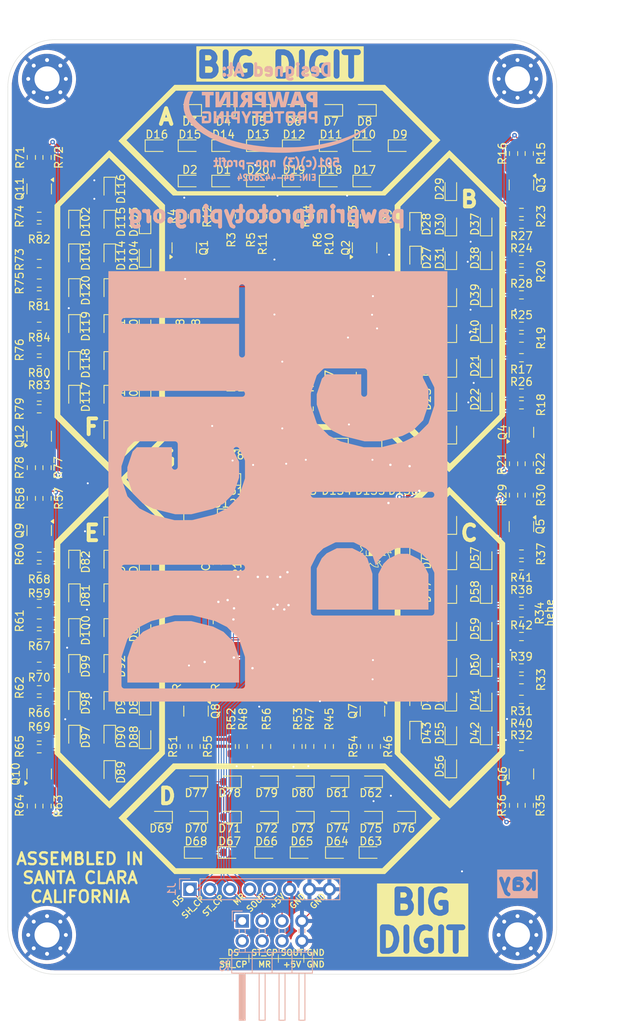
<source format=kicad_pcb>
(kicad_pcb (version 20240108) (generator "pcbnew") (generator_version "8.0")
  (layers (0 "F.Cu" signal) (31 "B.Cu" signal) (34 "B.Paste" user) (35 "F.Paste" user) (36 "B.SilkS" user "B.Silkscreen") (37 "F.SilkS" user "F.Silkscreen") (38 "B.Mask" user) (39 "F.Mask" user) (44 "Edge.Cuts" user))
  (net 0 "")
  (net 1 "Net-(D1-A)")
  (net 2 "Net-(D1-K)")
  (net 3 "GND")
  (net 4 "Net-(D3-A)")
  (net 5 "Net-(D3-K)")
  (net 6 "Net-(D5-A)")
  (net 7 "Net-(D5-K)")
  (net 8 "Net-(D7-A)")
  (net 9 "Net-(D7-K)")
  (net 10 "Net-(D10-A)")
  (net 11 "Net-(D9-A)")
  (net 12 "Net-(D11-K)")
  (net 13 "Net-(D11-A)")
  (net 14 "Net-(D13-A)")
  (net 15 "Net-(D13-K)")
  (net 16 "Net-(D15-K)")
  (net 17 "Net-(D15-A)")
  (net 18 "Net-(D17-K)")
  (net 19 "Net-(D17-A)")
  (net 20 "Net-(D19-A)")
  (net 21 "Net-(D19-K)")
  (net 22 "Net-(D21-A)")
  (net 23 "Net-(D21-K)")
  (net 24 "Net-(D23-A)")
  (net 25 "Net-(D23-K)")
  (net 26 "Net-(D25-A)")
  (net 27 "Net-(D25-K)")
  (net 28 "Net-(D27-K)")
  (net 29 "Net-(D27-A)")
  (net 30 "Net-(D29-A)")
  (net 31 "Net-(D29-K)")
  (net 32 "Net-(D31-K)")
  (net 33 "Net-(D31-A)")
  (net 34 "Net-(D33-A)")
  (net 35 "Net-(D33-K)")
  (net 36 "Net-(D35-K)")
  (net 37 "Net-(D35-A)")
  (net 38 "Net-(D37-A)")
  (net 39 "Net-(D37-K)")
  (net 40 "Net-(D39-K)")
  (net 41 "Net-(D39-A)")
  (net 42 "Net-(D41-K)")
  (net 43 "Net-(D41-A)")
  (net 44 "Net-(D43-A)")
  (net 45 "Net-(D43-K)")
  (net 46 "Net-(D45-K)")
  (net 47 "Net-(D45-A)")
  (net 48 "Net-(D47-A)")
  (net 49 "Net-(D47-K)")
  (net 50 "Net-(D49-A)")
  (net 51 "Net-(D49-K)")
  (net 52 "Net-(D51-A)")
  (net 53 "Net-(D51-K)")
  (net 54 "Net-(D53-K)")
  (net 55 "Net-(D53-A)")
  (net 56 "Net-(D55-K)")
  (net 57 "Net-(D55-A)")
  (net 58 "Net-(D57-K)")
  (net 59 "Net-(D57-A)")
  (net 60 "Net-(D59-A)")
  (net 61 "Net-(D59-K)")
  (net 62 "Net-(D61-K)")
  (net 63 "Net-(D61-A)")
  (net 64 "Net-(D63-A)")
  (net 65 "Net-(D63-K)")
  (net 66 "Net-(D65-A)")
  (net 67 "Net-(D65-K)")
  (net 68 "Net-(D67-A)")
  (net 69 "Net-(D67-K)")
  (net 70 "Net-(D69-A)")
  (net 71 "Net-(D69-K)")
  (net 72 "Net-(D71-K)")
  (net 73 "Net-(D71-A)")
  (net 74 "Net-(D73-K)")
  (net 75 "Net-(D73-A)")
  (net 76 "Net-(D75-A)")
  (net 77 "Net-(D75-K)")
  (net 78 "Net-(D77-K)")
  (net 79 "Net-(D77-A)")
  (net 80 "Net-(D79-A)")
  (net 81 "Net-(D79-K)")
  (net 82 "Net-(D81-A)")
  (net 83 "Net-(D81-K)")
  (net 84 "Net-(D83-K)")
  (net 85 "Net-(D83-A)")
  (net 86 "Net-(D85-K)")
  (net 87 "Net-(D85-A)")
  (net 88 "Net-(D87-K)")
  (net 89 "Net-(D87-A)")
  (net 90 "Net-(D89-K)")
  (net 91 "Net-(D89-A)")
  (net 92 "Net-(D91-K)")
  (net 93 "Net-(D91-A)")
  (net 94 "Net-(D93-K)")
  (net 95 "Net-(D93-A)")
  (net 96 "Net-(D95-A)")
  (net 97 "Net-(D95-K)")
  (net 98 "Net-(D97-A)")
  (net 99 "Net-(D97-K)")
  (net 100 "Net-(D100-A)")
  (net 101 "Net-(D99-A)")
  (net 102 "Net-(D101-K)")
  (net 103 "Net-(D101-A)")
  (net 104 "Net-(D103-A)")
  (net 105 "Net-(D103-K)")
  (net 106 "Net-(D105-A)")
  (net 107 "Net-(D105-K)")
  (net 108 "Net-(D107-K)")
  (net 109 "Net-(D107-A)")
  (net 110 "Net-(D109-A)")
  (net 111 "Net-(D109-K)")
  (net 112 "Net-(D111-A)")
  (net 113 "Net-(D111-K)")
  (net 114 "Net-(D113-A)")
  (net 115 "Net-(D113-K)")
  (net 116 "Net-(D115-K)")
  (net 117 "Net-(D115-A)")
  (net 118 "Net-(D117-K)")
  (net 119 "Net-(D117-A)")
  (net 120 "Net-(D119-K)")
  (net 121 "Net-(D119-A)")
  (net 122 "Net-(D121-A)")
  (net 123 "Net-(D121-K)")
  (net 124 "Net-(D123-A)")
  (net 125 "Net-(D123-K)")
  (net 126 "Net-(D125-K)")
  (net 127 "Net-(D125-A)")
  (net 128 "Net-(D127-K)")
  (net 129 "Net-(D127-A)")
  (net 130 "Net-(D129-K)")
  (net 131 "Net-(D129-A)")
  (net 132 "Net-(D131-K)")
  (net 133 "Net-(D131-A)")
  (net 134 "Net-(D133-A)")
  (net 135 "Net-(D133-K)")
  (net 136 "Net-(D135-A)")
  (net 137 "Net-(D135-K)")
  (net 138 "Net-(D137-K)")
  (net 139 "Net-(D137-A)")
  (net 140 "Net-(D139-K)")
  (net 141 "Net-(D139-A)")
  (net 142 "+5V")
  (net 143 "Net-(Q1-G)")
  (net 144 "Net-(Q1-D)")
  (net 145 "Net-(Q2-D)")
  (net 146 "Net-(Q2-G)")
  (net 147 "Net-(Q3-G)")
  (net 148 "Net-(Q3-D)")
  (net 149 "Net-(Q4-D)")
  (net 150 "Net-(Q4-G)")
  (net 151 "Net-(Q5-G)")
  (net 152 "Net-(Q5-D)")
  (net 153 "Net-(Q6-D)")
  (net 154 "Net-(Q6-G)")
  (net 155 "Net-(Q7-G)")
  (net 156 "Net-(Q7-D)")
  (net 157 "Net-(Q8-G)")
  (net 158 "Net-(Q8-D)")
  (net 159 "Net-(Q9-G)")
  (net 160 "Net-(Q9-D)")
  (net 161 "Net-(Q10-D)")
  (net 162 "Net-(Q10-G)")
  (net 163 "Net-(Q11-D)")
  (net 164 "Net-(Q11-G)")
  (net 165 "Net-(Q12-D)")
  (net 166 "Net-(Q12-G)")
  (net 167 "Net-(Q13-D)")
  (net 168 "Net-(Q13-G)")
  (net 169 "Net-(Q14-D)")
  (net 170 "Net-(Q14-G)")
  (net 171 "/A")
  (net 172 "/B")
  (net 173 "/C")
  (net 174 "/D")
  (net 175 "/E")
  (net 176 "/F")
  (net 177 "/G")
  (net 178 "/MR")
  (net 179 "/SOUT")
  (net 180 "/ST_CP")
  (net 181 "/DS")
  (net 182 "/SH_CP")
  (net 183 "Net-(U1-~{OE})")
  (net 184 "Net-(U1-QH)")
  (footprint "Resistor_SMD:R_0603_1608Metric_Pad0.98x0.95mm_HandSolder" (layer "F.Cu") (at 177.5 113.5)
    (property "Reference" "R40")
    (property "Value" "100")
  )
  (footprint "LED_SMD:LED_0603_1608Metric" (layer "F.Cu") (at 154 119.5 180)
    (property "Reference" "D61")
    (property "Value" "LED")
  )
  (footprint "Resistor_SMD:R_0603_1608Metric_Pad0.98x0.95mm_HandSolder" (layer "F.Cu") (at 135.925 72 90)
    (property "Reference" "R97")
    (property "Value" "100")
  )
  (footprint "Resistor_SMD:R_0603_1608Metric_Pad0.98x0.95mm_HandSolder" (layer "F.Cu") (at 176.5 122.5 -90)
    (property "Reference" "R36")
    (property "Value" "10k")
  )
  (footprint "LED_SMD:LED_0603_1608Metric" (layer "F.Cu") (at 162 38.5)
    (property "Reference" "D9")
    (property "Value" "LED")
  )
  (footprint "Resistor_SMD:R_0603_1608Metric_Pad0.98x0.95mm_HandSolder" (layer "F.Cu") (at 157.5 115 90)
    (property "Reference" "R54")
    (property "Value" "100")
  )
  (footprint "Resistor_SMD:R_0603_1608Metric_Pad0.98x0.95mm_HandSolder" (layer "F.Cu") (at 116 56 180)
    (property "Reference" "R75")
    (property "Value" "100")
  )
  (footprint "LED_SMD:LED_0603_1608Metric" (layer "F.Cu") (at 148.5 43)
    (property "Reference" "D19")
    (property "Value" "LED")
  )
  (footprint "LED_SMD:LED_0603_1608Metric" (layer "F.Cu") (at 131.425 81 180)
    (property "Reference" "D129")
    (property "Value" "LED")
  )
  (footprint "Resistor_SMD:R_0603_1608Metric_Pad0.98x0.95mm_HandSolder" (layer "F.Cu") (at 159 64 90)
    (property "Reference" "R91")
    (property "Value" "470")
  )
  (footprint "Resistor_SMD:R_0603_1608Metric_Pad0.98x0.95mm_HandSolder" (layer "F.Cu") (at 134.5 115 90)
    (property "Reference" "R51")
    (property "Value" "100")
  )
  (footprint "LED_SMD:LED_0603_1608Metric" (layer "F.Cu") (at 153.925 81 180)
    (property "Reference" "D134")
    (property "Value" "LED")
  )
  (footprint "LED_SMD:LED_0603_1608Metric" (layer "F.Cu") (at 129.5 95.7875 90)
    (property "Reference" "D84")
    (property "Value" "LED")
  )
  (footprint "LED_SMD:LED_0603_1608Metric" (layer "F.Cu") (at 135.925 81 180)
    (property "Reference" "D130")
    (property "Value" "LED")
  )
  (footprint "LED_SMD:LED_0603_1608Metric" (layer "F.Cu") (at 140.2125 81 180)
    (property "Reference" "D131")
    (property "Value" "LED")
  )
  (footprint "Fiducial:Fiducial_1mm_Mask3mm" (layer "F.Cu") (at 122.5 139)
    (property "Reference" "FID1" (hide yes))
    (property "Value" "Fiducial" (hide yes))
  )
  (footprint "LED_SMD:LED_0603_1608Metric" (layer "F.Cu") (at 136 119.5 180)
    (property "Reference" "D77")
    (property "Value" "LED")
  )
  (footprint "LED_SMD:LED_0603_1608Metric" (layer "F.Cu") (at 129.5 57 90)
    (property "Reference" "D105")
    (property "Value" "LED")
  )
  (footprint "Resistor_SMD:R_0603_1608Metric_Pad0.98x0.95mm_HandSolder" (layer "F.Cu") (at 151.5 47.5 -90)
    (property "Reference" "R6")
    (property "Value" "100")
  )
  (footprint "Resistor_SMD:R_0603_1608Metric_Pad0.98x0.95mm_HandSolder" (layer "F.Cu") (at 117 79.5 -90)
    (property "Reference" "R77")
    (property "Value" "470")
  )
  (footprint "LED_SMD:LED_0603_1608Metric" (layer "F.Cu") (at 144.925 85.5)
    (property "Reference" "D126")
    (property "Value" "LED")
  )
  (footprint "Resistor_SMD:R_0603_1608Metric_Pad0.98x0.95mm_HandSolder" (layer "F.Cu") (at 135 106.5 90)
    (property "Reference" "R49")
    (property "Value" "470")
  )
  (footprint "Package_SO:SOP-16_3.9x9.9mm_P1.27mm" (layer "F.Cu") (at 143.25 97.431691 90)
    (property "Reference" "U1")
    (property "Value" "74HC595")
  )
  (footprint "Resistor_SMD:R_0603_1608Metric_Pad0.98x0.95mm_HandSolder" (layer "F.Cu") (at 117 40 90)
    (property "Reference" "R72")
    (property "Value" "10k")
  )
  (footprint "LED_SMD:LED_0603_1608Metric" (layer "F.Cu") (at 157.5 38.5)
    (property "Reference" "D10")
    (property "Value" "LED")
  )
  (footprint "LED_SMD:LED_0603_1608Metric" (layer "F.Cu") (at 120.5 70.5 -90)
    (property "Reference" "D117")
    (property "Value" "LED")
  )
  (footprint "Resistor_SMD:R_0603_1608Metric_Pad0.98x0.95mm_HandSolder" (layer "F.Cu") (at 144.5 47.5 -90)
    (property "Reference" "R11")
    (property "Value" "100")
  )
  (footprint "Resistor_SMD:R_0603_1608Metric_Pad0.98x0.95mm_HandSolder" (layer "F.Cu") (at 153 115 90)
    (property "Reference" "R45")
    (property "Value" "100")
  )
  (footprint "Resistor_SMD:R_0603_1608Metric_Pad0.98x0.95mm_HandSolder" (layer "F.Cu") (at 140.5 115 90)
    (property "Reference" "R52")
    (property "Value" "100")
  )
  (footprint "LED_SMD:LED_0603_1608Metric" (layer "F.Cu") (at 164 109 -90)
    (property "Reference" "D44")
    (property "Value" "LED")
  )
  (footprint "LED_SMD:LED_0603_1608Metric" (layer "F.Cu") (at 125 52.5 -90)
    (property "Reference" "D114")
    (property "Value" "LED")
  )
  (footprint "LED_SMD:LED_0603_1608Metric" (layer "F.Cu") (at 168.5 66.5 90)
    (property "Reference" "D34")
    (property "Value" "LED")
  )
  (footprint "LED_SMD:LED_0603_1608Metric" (layer "F.Cu") (at 153.2125 43)
    (property "Reference" "D18")
    (property "Value" "LED")
  )
  (footprint "Resistor_SMD:R_0603_1608Metric_Pad0.98x0.95mm_HandSolder" (layer "F.Cu") (at 176.5 79 -90)
    (property "Reference" "R21")
    (property "Value" "470")
  )
  (footprint "LED_SMD:LED_0603_1608Metric" (layer "F.Cu") (at 125 118.2875 -90)
    (property "Reference" "D89")
    (property "Value" "LED")
  )
  (footprint "Resistor_SMD:R_0603_1608Metric_Pad0.98x0.95mm_HandSolder" (layer "F.Cu") (at 156.5 55.5 -90)
    (property "Reference" "R8")
    (property "Value" "10k")
  )
  (footprint "LED_SMD:LED_0603_1608Metric" (layer "F.Cu") (at 164 113.2875 -90)
    (property "Reference" "D43")
    (property "Value" "LED")
  )
  (footprint "Resistor_SMD:R_0603_1608Metric_Pad0.98x0.95mm_HandSolder" (layer "F.Cu") (at 116 104.7875 180)
    (property "Reference" "R70")
    (property "Value" "100")
  )
  (footprint "Resistor_SMD:R_0603_1608Metric_Pad0.98x0.95mm_HandSolder" (layer "F.Cu") (at 146.195 91.431691 90)
    (property "Reference" "R100")
    (property "Value" "10k")
  )
  (footprint "MountingHole:MountingHole_3.2mm_M3_Pad_Via" (layer "F.Cu") (at 117 30)
    (property "Reference" "H1" (hide yes))
    (property "Value" "HOLE" (hide yes))
  )
  (footprint "Resistor_SMD:R_0603_1608Metric_Pad0.98x0.95mm_HandSolder" (layer "F.Cu") (at 116 115.2875 180)
    (property "Reference" "R65")
    (property "Value" "100")
  )
  (footprint "LED_SMD:LED_0603_1608Metric" (layer "F.Cu") (at 125 61.5 -90)
    (property "Reference" "D112")
    (property "Value" "LED")
  )
  (footprint "LED_SMD:LED_0603_1608Metric" (layer "F.Cu") (at 131 38.5)
    (property "Reference" "D16")
    (property "Value" "LED")
  )
  (footprint "Capacitor_SMD:C_0603_1608Metric" (layer "F.Cu") (at 150.49 90.97 90)
    (property "Reference" "C2")
    (property "Value" "100nF")
  )
  (footprint "LED_SMD:LED_0603_1608Metric" (layer "F.Cu") (at 125 109.5 -90)
    (property "Reference" "D91")
    (property "Value" "LED")
  )
  (footprint "LED_SMD:LED_0603_1608Metric" (layer "F.Cu") (at 131.5 124 180)
    (property "Reference" "D69")
    (property "Value" "LED")
  )
  (footprint "Resistor_SMD:R_0603_1608Metric_Pad0.98x0.95mm_HandSolder" (layer "F.Cu") (at 116 99.2875 180)
    (property "Reference" "R61")
    (property "Value" "100")
  )
  (footprint "Resistor_SMD:R_0603_1608Metric_Pad0.98x0.95mm_HandSolder" (layer "F.Cu") (at 116 90.7875 180)
    (property "Reference" "R60")
    (property "Value" "100")
  )
  (footprint "Resistor_SMD:R_0603_1608Metric_Pad0.98x0.95mm_HandSolder" (layer "F.Cu") (at 178.5 122.5 -90)
    (property "Reference" "R35")
    (property "Value" "470")
  )
  (footprint "LED_SMD:LED_0603_1608Metric" (layer "F.Cu") (at 158.2875 119.5 180)
    (property "Reference" "D62")
    (property "Value" "LED")
  )
  (footprint "Resistor_SMD:R_0603_1608Metric_Pad0.98x0.95mm_HandSolder" (layer "F.Cu") (at 116 70.5 180)
    (property "Reference" "R83")
    (property "Value" "100")
  )
  (footprint "Resistor_SMD:R_0603_1608Metric_Pad0.98x0.95mm_HandSolder" (layer "F.Cu") (at 176.5 83 90)
    (property "Reference" "R29")
    (property "Value" "470")
  )
  (footprint "Resistor_SMD:R_0603_1608Metric_Pad0.98x0.95mm_HandSolder" (layer "F.Cu") (at 177.5 57.5)
    (property "Reference" "R28")
    (property "Value" "100")
  )
  (footprint "Resistor_SMD:R_0603_1608Metric_Pad0.98x0.95mm_HandSolder" (layer "F.Cu") (at 157 64 90)
    (property "Reference" "R92")
    (property "Value" "10k")
  )
  (footprint "LED_SMD:LED_0603_1608Metric" (layer "F.Cu") (at 144.925 81 180)
    (property "Reference" "D132")
    (property "Value" "LED")
  )
  (footprint "LED_SMD:LED_0603_1608Metric" (layer "F.Cu") (at 143.925 43)
    (property "Reference" "D20")
    (property "Value" "LED")
  )
  (footprint "Resistor_SMD:R_0603_1608Metric_Pad0.98x0.95mm_HandSolder" (layer "F.Cu") (at 177.5 115)
    (property "Reference" "R32")
    (property "Value" "100")
  )
  (footprint "Package_TO_SOT_SMD:SOT-23" (layer "F.Cu") (at 134.5 51.5 90)
    (property "Reference" "Q1")
    (property "Value" "BSS84")
  )
  (footprint "Resistor_SMD:R_0603_1608Metric_Pad0.98x0.95mm_HandSolder" (layer "F.Cu") (at 178.5 83 90)
    (property "Reference" "R30")
    (property "Value" "10k")
  )
  (footprint "LED_SMD:LED_0603_1608Metric" (layer "F.Cu") (at 168.5 113.2875 90)
    (property "Reference" "D55")
    (property "Value" "LED")
  )
  (footprint "LED_SMD:LED_0603_1608Metric" (layer "F.Cu") (at 148.5 34 180)
    (property "Reference" "D6")
    (property "Value" "LED")
  )
  (footprint "Resistor_SMD:R_0603_1608Metric_Pad0.98x0.95mm_HandSolder" (layer "F.Cu") (at 157.5 106.5 90)
    (property "Reference" "R44")
    (property "Value" "10k")
  )
  (footprint "Package_TO_SOT_SMD:SOT-23" (layer "F.Cu") (at 157.5 51.5 90)
    (property "Reference" "Q2")
    (property "Value" "BSS84")
  )
  (footprint "Resistor_SMD:R_0603_1608Metric_Pad0.98x0.95mm_HandSolder" (layer "F.Cu") (at 152.925 72 90)
    (property "Reference" "R87")
    (property "Value" "100")
  )
  (footprint "LED_SMD:LED_0603_1608Metric" (layer "F.Cu") (at 135.925 76.5 180)
    (property "Reference" "D137")
    (property "Value" "LED")
  )
  (footprint "Resistor_SMD:R_0603_1608Metric_Pad0.98x0.95mm_HandSolder" (layer "F.Cu") (at 145 115 90)
    (property "Reference" "R56")
    (property "Value" "100")
  )
  (footprint "LED_SMD:LED_0603_1608Metric" (layer "F.Cu") (at 164 62 -90)
    (property "Reference" "D25")
    (property "Value" "LED")
  )
  (footprint "LED_SMD:LED_0603_1608Metric" (layer "F.Cu") (at 154 124 180)
    (property "Reference" "D74")
    (property "Value" "LED")
  )
  (footprint "LED_SMD:LED_0603_1608Metric" (layer "F.Cu") (at 168.5 91 90)
    (property "Reference" "D50")
    (property "Value" "LED")
  )
  (footprint "LED_SMD:LED_0603_1608Metric" (layer "F.Cu") (at 129.5 52.5 90)
    (property "Reference" "D104")
    (property "Value" "LED")
  )
  (footprint "Package_TO_SOT_SMD:SOT-23" (layer "F.Cu") (at 116 87.5 -90)
    (property "Reference" "Q9")
    (property "Value" "BSS84")
  )
  (footprint "LED_SMD:LED_0603_1608Metric" (layer "F.Cu") (at 140.2875 119.5 180)
    (property "Reference" "D78")
    (property "Value" "LED")
  )
  (footprint "Resistor_SMD:R_0603_1608Metric_Pad0.98x0.95mm_HandSolder" (layer "F.Cu") (at 177.5 48.5)
    (property "Reference" "R27")
    (property "Value" "100")
  )
  (footprint "Resistor_SMD:R_0603_1608Metric_Pad0.98x0.95mm_HandSolder" (layer "F.Cu") (at 148.925 72 90)
    (property "Reference" "R95")
    (property "Value" "100")
  )
  (footprint "Resistor_SMD:R_0603_1608Metric_Pad0.98x0.95mm_HandSolder" (layer "F.Cu") (at 116 109.2875 180)
    (property "Reference" "R66")
    (property "Value" "100")
  )
  (footprint "Resistor_SMD:R_0603_1608Metric_Pad0.98x0.95mm_HandSolder" (layer "F.Cu") (at 177.5 106.5)
    (property "Reference" "R33")
    (property "Value" "100")
  )
  (footprint "LED_SMD:LED_0603_1608Metric" (layer "F.Cu") (at 173 48.5 90)
    (property "Reference" "D37")
    (property "Value" "LED")
  )
  (footprint "LED_SMD:LED_0603_1608Metric" (layer "F.Cu") (at 168.5 52.7875 90)
    (property "Reference" "D31")
    (property "Value" "LED")
  )
  (footprint "LED_SMD:LED_0603_1608Metric" (layer "F.Cu") (at 149.425 85.5)
    (property "Reference" "D125")
    (property "Value" "LED")
  )
  (footprint "LED_SMD:LED_0603_1608Metric" (layer "F.Cu") (at 173 57.5 90)
    (property "Reference" "D39")
    (property "Value" "LED")
  )
  (footprint "LED_SMD:LED_0603_1608Metric" (layer "F.Cu") (at 129.5 104.7875 90)
    (property "Reference" "D86")
    (property "Value" "LED")
  )
  (footprint "LED_SMD:LED_0603_1608Metric" (layer "F.Cu") (at 149.5 81 180)
    (property "Reference" "D133")
    (property "Value" "LED")
  )
  (footprint "Resistor_SMD:R_0603_1608Metric_Pad0.98x0.95mm_HandSolder" (layer "F.Cu") (at 136 47.5 -90)
    (property "Reference" "R12")
    (property "Value" "100")
  )
  (footprint "LED_SMD:LED_0603_1608Metric" (layer "F.Cu") (at 173 52.7875 90)
    (property "Reference" "D38")
    (property "Value" "LED")
  )
  (footprint "LED_SMD:LED_0603_1608Metric" (layer "F.Cu") (at 164 95.2875 -90)
    (property "Reference" "D47")
    (property "Value" "LED")
  )
  (footprint "Resistor_SMD:R_0603_1608Metric_Pad0.98x0.95mm_HandSolder" (layer "F.Cu") (at 116 64.5 180)
    (property "Reference" "R76")
    (property "Value" "100")
  )
  (footprint "LED_SMD:LED_0603_1608Metric" (layer "F.Cu") (at 125 70.5 -90)
    (property "Reference" "D110")
    (property "Value" "LED")
  )
  (footprint "Resistor_SMD:R_0603_1608Metric_Pad0.98x0.95mm_HandSolder" (layer "F.Cu") (at 153 47.5 -90)
    (property "Reference" "R10")
    (property "Value" "100")
  )
  (footprint "LED_SMD:LED_0603_1608Metric" (layer "F.Cu") (at 143.925 38.5)
    (property "Reference" "D13")
    (property "Value" "LED")
  )
  (footprint "Resistor_SMD:R_0603_1608Metric_Pad0.98x0.95mm_HandSolder" (layer "F.Cu") (at 142.695 91.431691 90)
    (property "Reference" "R101")
    (property "Value" "10k")
  )
  (footprint "LED_SMD:LED_0603_1608Metric" (layer "F.Cu") (at 120.5 52.5 -90)
    (property "Reference" "D101")
    (property "Value" "LED")
  )
  (footprint "LED_SMD:LED_0603_1608Metric" (layer "F.Cu") (at 140.2875 128.5)
    (property "Reference" "D67")
    (property "Value" "LED")
  )
  (footprint "Package_TO_SOT_SMD:SOT-23" (layer "F.Cu") (at 177.5 75 90)
    (property "Reference" "Q4")
    (property "Value" "BSS84")
  )
  (footprint "LED_SMD:LED_0603_1608Metric" (layer "F.Cu") (at 148.5 38.5)
    (property "Reference" "D12")
    (property "Value" "LED")
  )
  (footprint "Resistor_SMD:R_0603_1608Metric_Pad0.98x0.95mm_HandSolder" (layer "F.Cu") (at 143 47.5 -90)
    (property "Reference" "R5")
    (property "Value" "100")
  )
  (footprint "LED_SMD:LED_0603_1608Metric" (layer "F.Cu") (at 173 100 90)
    (property "Reference" "D59")
    (property "Value" "LED")
  )
  (footprint "LED_SMD:LED_0603_1608Metric" (layer "F.Cu") (at 168.5 104.575 90)
    (property "Reference" "D53")
    (property "Value" "LED")
  )
  (footprint "LED_SMD:LED_0603_1608Metric" (layer "F.Cu") (at 173 95.2875 90)
    (property "Reference" "D58")
    (property "Value" "LED")
  )
  (footprint "LED_SMD:LED_0603_1608Metric" (layer "F.Cu") (at 173 113.2875 90)
    (property "Reference" "D42")
    (property "Value" "LED")
  )
  (footprint "LED_SMD:LED_0603_1608Metric" (layer "F.Cu") (at 164 52.7875 -90)
    (property "Reference" "D27")
    (property "Value" "LED")
  )
  (footprint "LED_SMD:LED_0603_1608Metric" (layer "F.Cu") (at 144 34 180)
    (property "Reference" "D5")
    (property "Value" "LED")
  )
  (footprint "Resistor_SMD:R_0603_1608Metric_Pad0.98x0.95mm_HandSolder" (layer "F.Cu") (at 159 115 90)
    (property "Reference" "R46")
    (property "Value" "100")
  )
  (footprint "Fiducial:Fiducial_1mm_Mask3mm" (layer "F.Cu") (at 171.5 30)
    (property "Reference" "FID3" (hide yes))
    (property "Value" "Fiducial" (hide yes))
  )
  (footprint "LED_SMD:LED_0603_1608Metric" (layer "F.Cu") (at 120.5 61.5 -90)
    (property "Reference" "D119")
    (property "Value" "LED")
  )
  (footprint "LED_SMD:LED_0603_1608Metric" (layer "F.Cu") (at 135.2125 34 180)
    (property "Reference" "D3")
    (property "Value" "LED")
  )
  (footprint "LED_SMD:LED_0603_1608Metric" (layer "F.Cu") (at 173 91 90)
    (property "Reference" "D57")
    (property "Value" "LED")
  )
  (footprint "Resistor_SMD:R_0603_1608Metric_Pad0.98x0.95mm_HandSolder" (layer "F.Cu") (at 116 72 180)
    (property "Reference" "R79")
    (property "Value" "100")
  )
  (footprint "LED_SMD:LED_0603_1608Metric" (layer "F.Cu") (at 120.5 100.2125 -90)
    (property "Reference" "D100")
    (property "Value" "LED")
  )
  (footprint "LED_SMD:LED_0603_1608Metric" (layer "F.Cu") (at 120.5 56.925 -90)
    (property "Reference" "D120")
    (property "Value" "LED")
  )
  (footprint "LED_SMD:LED_0603_1608Metric" (layer "F.Cu") (at 125 87.2875 -90)
    (property "Reference" "D96")
    (property "Value" "LED")
  )
  (footprint "LED_SMD:LED_0603_1608Metric" (layer "F.Cu") (at 168.5 70.7875 90)
    (property "Reference" "D35")
    (property "Value" "LED")
  )
  (footprint "Package_TO_SOT_SMD:SOT-23" (layer "F.Cu") (at 116 118.5 90)
    (property "Reference" "Q10")
    (property "Value" "BSS84")
  )
  (footprint "Resistor_SMD:R_0603_1608Metric_Pad0.98x0.95mm_HandSolder" (layer "F.Cu") (at 142 115 90)
    (property "Reference" "R48")
    (property "Value" "100")
  )
  (footprint "LED_SMD:LED_0603_1608Metric" (layer "F.Cu") (at 168.5 62.075 90)
    (property "Reference" "D33")
    (property "Value" "LED")
  )
  (footprint "Package_TO_SOT_SMD:SOT-23" (layer "F.Cu") (at 158.5 110.5 -90)
    (property "Reference" "Q7")
    (property "Value" "BSS84" (hide yes))
  )
  (footprint "Resistor_SMD:R_0603_1608Metric_Pad0.98x0.95mm_HandSolder" (layer "F.Cu") (at 140.5 47.5 -90)
    (property "Reference" "R3")
    (property "Value" "100")
  )
  (footprint "LED_SMD:LED_0603_1608Metric" (layer "F.Cu") (at 154 128.5)
    (property "Reference" "D64")
    (property "Value" "LED")
  )
  (footprint "LED_SMD:LED_0603_1608Metric" (layer "F.Cu") (at 164 57.5 -90)
    (property "Reference" "D26")
    (property "Value" "LED")
  )
  (footprint "Resistor_SMD:R_0603_1608Metric_Pad0.98x0.95mm_HandSolder" (layer "F.Cu") (at 177.5 47)
    (property "Reference" "R23")
    (property "Value" "100")
  )
  (footprint "LED_SMD:LED_0603_1608Metric" (layer "F.Cu") (at 158.2125 76.5 180)
    (property "Reference" "D122")
    (property "Value" "LED")
  )
  (footprint "LED_SMD:LED_0603_1608Metric" (layer "F.Cu") (at 125 113.7875 -90)
    (property "Reference" "D90")
    (property "Value" "LED")
  )
  (footprint "Package_TO_SOT_SMD:SOT-23" (layer "F.Cu") (at 177.5 118.5 90)
    (property "Reference" "Q6")
    (property "Value" "BSS84")
  )
  (footprint "LED_SMD:LED_0603_1608Metric" (layer "F.Cu") (at 164 104.5 -90)
    (property "Reference" "D45")
    (property "Value" "LED")
  )
  (footprint "LED_SMD:LED_0603_1608Metric" (layer "F.Cu") (at 153.925 76.5 180)
    (property "Reference" "D121")
    (property "Value" "LED")
  )
  (footprint "Resistor_SMD:R_0603_1608Metric_Pad0.98x0.95mm_HandSolder" (layer "F.Cu") (at 116 61.5 180)
    (property "Reference" "R84")
    (property "Value" "100")
  )
  (footprint "LED_SMD:LED_0603_1608Metric" (layer "F.Cu") (at 129.5 70.5 90)
    (property "Reference" "D108")
    (property "Value" "LED")
  )
  (footprint "LED_SMD:LED_0603_1608Metric" (layer "F.Cu") (at 129.5 113.7875 90)
    (property "Reference" "D88")
    (property "Value" "LED")
  )
  (footprint "LED_SMD:LED_0603_1608Metric" (layer "F.Cu") (at 162.5 124 180)
    (property "Reference" "D76")
    (property "Value" "LED")
  )
  (footprint "MountingHole:MountingHole_3.2mm_M3_Pad_Via" (layer "F.Cu") (at 117 139)
    (property "Reference" "H3" (hide yes))
    (property "Value" "HOLE")
  )
  (footprint "LED_SMD:LED_0603_1608Metric" (layer "F.Cu") (at 168.5 86.5 90)
    (property "Reference" "D49")
    (property "Value" "LED")
  )
  (footprint "Resistor_SMD:R_0603_1608Metric_Pad0.98x0.95mm_HandSolder" (layer "F.Cu") (at 134.425 72 90)
    (property "Reference" "R93")
    (property "Value" "100")
  )
  (footprint "LED_SMD:LED_0603_1608Metric" (layer "F.Cu") (at 140.2875 124 180)
    (property "Reference" "D71")
    (property "Value" "LED")
  )
  (footprint "digits:boykisser_5mm" (layer "F.Cu") (at 158.804483 90.484635 180)
    (property "Reference" "REF**" (hide yes))
    (property "Value" "boykisser_5mm" (hide yes))
  )
  (footprint "LED_SMD:LED_0603_1608Metric" (layer "F.Cu") (at 140.2125 76.5 180)
    (property "Reference" "D138")
    (property "Value" "LED")
  )
  (footprint "Resistor_SMD:R_0603_1608Metric_Pad0.98x0.95mm_HandSolder" (layer "F.Cu") (at 136 115 90)
    (property "Reference" "R55")
    (property "Value" "100")
  )
  (footprint "LED_SMD:LED_0603_1608Metric" (layer "F.Cu") (at 158.2875 128.5)
    (property "Reference" "D63")
    (property "Value" "LED")
  )
  (footprint "LED_SMD:LED_0603_1608Metric" (layer "F.Cu") (at 168.5 95.2875 90)
    (property "Reference" "D51")
    (property "Value" "LED")
  )
  (footprint "LED_SMD:LED_0603_1608Metric" (layer "F.Cu") (at 120.5 48.2125 -90)
    (property "Reference" "D102")
    (property "Value" "LED")
  )
  (footprint "Resistor_SMD:R_0603_1608Metric_Pad0.98x0.95mm_HandSolder" (layer "F.Cu") (at 177.5 71.5)
    (property "Reference" "R18")
    (property "Value" "100")
  )
  (footprint "Package_TO_SOT_SMD:SOT-23" (layer "F.Cu") (at 158 68 -90)
    (property "Reference" "Q14")
    (property "Value" "BSS84")
  )
  (footprint "Resistor_SMD:R_0603_1608Metric_Pad0.98x0.95mm_HandSolder" (layer "F.Cu") (at 177.5 101)
    (property "Reference" "R42")
    (property "Value" "100")
  )
  (footprint "Resistor_SMD:R_0603_1608Metric_Pad0.98x0.95mm_HandSolder" (layer "F.Cu") (at 115 83.4125 90)
    (property "Reference" "R58")
    (property "Value" "10k")
  )
  (footprint "Resistor_SMD:R_0603_1608Metric_Pad0.98x0.95mm_HandSolder" (layer "F.Cu") (at 137 106.5 90)
    (property "Reference" "R50")
    (property "Value" "10k")
  )
  (footprint "Resistor_SMD:R_0603_1608Metric_Pad0.98x0.95mm_HandSolder" (layer "F.Cu") (at 177.5 105)
    (property "Reference" "R39")
    (property "Value" "100")
  )
  (footprint "LED_SMD:LED_0603_1608Metric" (layer "F.Cu") (at 158.2875 124 180)
    (property "Reference" "D75")
    (property "Value" "LED")
  )
  (footprint "LED_SMD:LED_0603_1608Metric" (layer "F.Cu") (at 125 95.7875 -90)
    (property "Reference" "D94")
    (property "Value" "LED")
  )
  (footprint "Resistor_SMD:R_0603_1608Metric_Pad0.98x0.95mm_HandSolder" (layer "F.Cu") (at 159.5 106.5 90)
    (property "Reference" "R43")
    (property "Value" "470" (hide yes))
  )
  (footprint "Resistor_SMD:R_0603_1608Metric_Pad0.98x0.95mm_HandSolder" (layer "F.Cu") (at 116 66 180)
    (property "Reference" "R80")
    (property "Value" "100")
  )
  (footprint "LED_SMD:LED_0603_1608Metric" (layer "F.Cu") (at 140.2125 85.5)
    (property "Reference" "D127")
    (property "Value" "LED")
  )
  (footprint "LED_SMD:LED_0603_1608Metric" (layer "F.Cu") (at 168.5 44 90)
    (property "Reference" "D29")
    (property "Value" "LED")
  )
  (footprint "Resistor_SMD:R_0603_1608Metric_Pad0.98x0.95mm_HandSolder" (layer "F.Cu") (at 178.5 79 -90)
    (property "Reference" "R22")
    (property "Value" "10k")
  )
  (footprint "LED_SMD:LED_0603_1608Metric" (layer "F.Cu") (at 129.5 48.2125 90)
    (property "Reference" "D103")
    (property "Value" "LED")
  )
  (footprint "Resistor_SMD:R_0603_1608Metric_Pad0.98x0.95mm_HandSolder" (layer "F.Cu") (at 117 83.4125 90)
    (property "Reference" "R57")
    (property "Value" "470")
  )
  (footprint "Resistor_SMD:R_0603_1608Metric_Pad0.98x0.95mm_HandSolder" (layer "F.Cu") (at 177.5 96.5)
    (property "Reference" "R38")
    (property "Value" "100")
  )
  (footprint "Resistor_SMD:R_0603_1608Metric_Pad0.98x0.95mm_HandSolder" (layer "F.Cu") (at 157.425 72 90)
    (property "Reference" "R96")
    (property "Value" "100")
  )
  (footprint "Resistor_SMD:R_0603_1608Metric_Pad0.98x0.95mm_HandSolder" (layer "F.Cu") (at 177.5 61.5)
    (property "Reference" "R25")
    (property "Value" "100")
  )
  (footprint "LED_SMD:LED_0603_1608Metric" (layer "F.Cu") (at 125 100.2125 -90)
    (property "Reference" "D93")
    (property "Value" "LED")
  )
  (footprint "Resistor_SMD:R_0603_1608Metric_Pad0.98x0.95mm_HandSolder" (layer "F.Cu") (at 177.5 63)
    (property "Reference" "R19")
    (property "Value" "100")
  )
  (footprint "LED_SMD:LED_0603_1608Metric" (layer "F.Cu") (at 145 124 180)
    (property "Reference" "D72")
    (property "Value" "LED")
  )
  (footprint "LED_SMD:LED_0603_1608Metric" (layer "F.Cu") (at 125 91.5 -90)
    (property "Reference" "D95")
    (property "Value" "LED")
  )
  (footprint "Resistor_SMD:R_0603_1608Metric_Pad0.98x0.95mm_HandSolder" (layer "F.Cu") (at 158.5 55.5 -90)
    (property "Reference" "R7")
    (property "Value" "470")
  )
  (footprint "Fiducial:Fiducial_1mm_Mask3mm" (layer "F.Cu") (at 177 133.5)
    (property "Reference" "FID2" (hide yes))
    (property "Value" "Fiducial" (hide yes))
  )
  (footprint "LED_SMD:LED_0603_1608Metric" (layer "F.Cu") (at 149.575 124 180)
    (property "Reference" "D73")
    (property "Value" "LED")
  )
  (footprint "Package_TO_SOT_SMD:SOT-23" (layer "F.Cu") (at 136 110.5 -90)
    (property "Reference" "Q8")
    (property "Value" "BSS84")
  )
  (footprint "LED_SMD:LED_0603_1608Metric" (layer "F.Cu") (at 168.5 100 90)
    (property "Reference" "D52")
    (property "Value" "LED")
  )
  (footprint "LED_SMD:LED_0603_1608Metric" (layer "F.Cu") (at 139.5 34 180)
    (property "Reference" "D4")
    (property "Value" "LED")
  )
  (footprint "MountingHole:MountingHole_3.2mm_M3_Pad_Via" (layer "F.Cu") (at 177 30)
    (property "Reference" "H2" (hide yes))
    (property "Value" "HOLE")
  )
  (footprint "LED_SMD:LED_0603_1608Metric" (layer "F.Cu") (at 120.5 104.7875 -90)
    (property "Reference" "D99")
    (property "Value" "LED")
  )
  (footprint "Resistor_SMD:R_0603_1608Metric_Pad0.98x0.95mm_HandSolder" (layer "F.Cu") (at 116 107.7875 180)
    (property "Reference" "R62")
    (property "Value" "100")
  )
  (footprint "Resistor_SMD:R_0603_1608Metric_Pad0.98x0.95mm_HandSolder" (layer "F.Cu") (at 116 96.7875 180)
    (property "Reference" "R59")
    (property "Value" "100")
  )
  (footprint "LED_SMD:LED_0603_1608Metric" (layer "F.Cu") (at 120.5 95.7875 -90)
    (property "Reference" "D81")
    (property "Value" "LED")
  )
  (footprint "LED_SMD:LED_0603_1608Metric" (layer "F.Cu") (at 173 62.075 90)
    (property "Reference" "D40")
    (property "Value" "LED")
  )
  (footprint "LOGO" (layer "F.Cu") (at 146.5 81)
    (property "Reference" "G***" (hide yes))
    (property "Value" "LOGO" (hide yes))
  )
  (footprint "Resistor_SMD:R_0603_1608Metric_Pad0.98x0.95mm_HandSolder" (layer "F.Cu") (at 116 49 180)
    (property "Reference" "R82")
    (property "Value" "100")
  )
  (footprint "Resistor_SMD:R_0603_1608Metric_Pad0.98x0.95mm_HandSolder" (layer "F.Cu") (at 116 53.5 180)
    (property "Reference" "R73")
    (property "Value" "100")
  )
  (footprint "LED_SMD:LED_0603_1608Metric" (layer "F.Cu") (at 149.5 76.5 180)
    (property "Reference" "D140")
    (property "Value" "LED")
  )
  (footprint "Resistor_SMD:R_0603_1608Metric_Pad0.98x0.95mm_HandSolder" (layer "F.Cu") (at 140.425 72 90)
    (property "Reference" "R94")
    (property "Value" "100")
  )
  (footprint "Resistor_SMD:R_0603_1608Metric_Pad0.98x0.95mm_HandSolder" (layer "F.Cu") (at 148.5 47.5 -90)
    (property "Reference" "R14")
    (property "Value" "100")
  )
  (footprint "LED_SMD:LED_0603_1608Metric" (layer "F.Cu") (at 125 75 -90)
    (property "Reference" "D109")
    (property "Value" "LED")
  )
  (footprint "LED_SMD:LED_0603_1608Metric" (layer "F.Cu") (at 129.5 61.5 90)
    (property "Reference" "D106")
    (property "Value" "LED")
  )
  (footprint "Resistor_SMD:R_0603_1608Metric_Pad0.98x0.95mm_HandSolder" (layer "F.Cu") (at 115 40 90)
    (property "Reference" "R71")
    (property "Value" "470")
  )
  (footprint "LED_SMD:LED_0603_1608Metric" (layer "F.Cu") (at 120.5 91.5 -90)
    (property "Reference" "D82")
    (property "Value" "LED")
  )
  (footprint "LED_SMD:LED_0603_1608Metric" (layer "F.Cu") (at 164 48.5 -90)
    (property "Reference" "D28")
    (property "Value" "LED")
  )
  (footprint "LED_SMD:LED_0603_1608Metric" (layer "F.Cu") (at 125 66.2125 -90)
    (property "Reference" "D111")
    (property "Value" "LED")
  )
  (footprint "Capacitor_SMD:C_0603_1608Metric" (layer "F.Cu") (at 138.695 91.706691 90)
    (property "Reference" "C1")
    (property "Value" "100nF")
  )
  (footprint "Package_TO_SOT_SMD:SOT-23" (layer "F.Cu") (at 116 44 -90)
    (property "Reference" "Q11")
    (property "Value" "BSS84")
  )
  (footprint "Resistor_SMD:R_0603_1608Metric_Pad0.98x0.95mm_HandSolder" (layer "F.Cu") (at 177.5 92)
    (property "Reference" "R41")
    (property "Value" "100")
  )
  (footprint "Package_TO_SOT_SMD:SOT-23" (layer "F.Cu") (at 177.5 43.5 -90)
    (property "Reference" "Q3")
    (property "Value" "BSS84")
  )
  (footprint "Resistor_SMD:R_0603_1608Metric_Pad0.98x0.95mm_HandSolder" (layer "F.Cu") (at 150.5 115 90)
    (property "Reference" "R47")
    (property "Value" "100")
  )
  (footprint "LED_SMD:LED_0603_1608Metric" (layer "F.Cu") (at 173 109 90)
    (property "Reference" "D41")
    (property "Value" "LED")
  )
  (footprint "LED_SMD:LED_0603_1608Metric" (layer "F.Cu") (at 173 104.575 90)
    (property "Reference" "D60")
    (property "Value" "LED")
  )
  (footprint "LED_SMD:LED_0603_1608Metric" (layer "F.Cu") (at 157.5 34 180)
    (property "Reference" "D8")
    (property "Value" "LED")
  )
  (footprint "Resistor_SMD:R_0603_1608Metric_Pad0.98x0.95mm_HandSolder" (layer "F.Cu") (at 177.5 98)
    (property "Reference" "R34")
    (property "Value" "100")
  )
  (footprint "Resistor_SMD:R_0603_1608Metric_Pad0.98x0.95mm_HandSolder" (layer "F.Cu") (at 116 113.7875 180)
    (property "Reference" "R69")
    (property "Value" "100")
  )
  (footprint "LED_SMD:LED_0603_1608Metric" (layer "F.Cu") (at 168.5 48.5 90)
    (property "Reference" "D30")
    (property "Value" "LED")
  )
  (footprint "LED_SMD:LED_0603_1608Metric" (layer "F.Cu") (at 120.5 109.5 -90)
    (property "Reference" "D98")
    (property "Value" "LED")
  )
  (footprint "LED_SMD:LED_0603_1608Metric" (layer "F.Cu") (at 139.5 38.5)
    (property "Reference" "D14")
    (property "Value" "LED")
  )
  (footprint "LED_SMD:LED_0603_1608Metric" (layer "F.Cu") (at 153.2125 34 180)
    (property "Reference" "D7")
    (property "Value" "LED")
  )
  (footprint "Package_TO_SOT_SMD:SOT-23" (layer "F.Cu") (at 177.5 87 -90)
    (property "Reference" "Q5")
    (property "Value" "BSS84")
  )
  (footprint "LED_SMD:LED_0603_1608Metric" (layer "F.Cu") (at 149.5 128.5)
    (property "Reference" "D65")
    (property "Value" "LED")
  )
  (footprint "LED_SMD:LED_0603_1608Metric" (layer "F.Cu") (at 168.5 109 90)
    (property "Reference" "D54")
    (property "Value" "LED")
  )
  (footprint "LED_SMD:LED_0603_1608Metric" (layer "F.Cu") (at 135.925 85.5)
    (property "Reference" "D128")
    (property "Value" "LED")
  )
  (footprint "LED_SMD:LED_0603_1608Metric" (layer "F.Cu") (at 145 128.5)
    (property "Reference" "D66")
    (property "Value" "LED")
  )
  (footprint "Resistor_SMD:R_0603_1608Metric_Pad0.98x0.95mm_HandSolder" (layer "F.Cu") (at 116 100.7875 180)
    (property "Reference" "R67")
    (property "Value" "100")
  )
  (footprint "LED_SMD:LED_0603_1608Metric" (layer "F.Cu") (at 145 119.5 180)
    (property "Reference" "D79")
    (property "Value" "LED")
  )
  (footprint "LED_SMD:LED_0603_1608Metric" (layer "F.Cu") (at 136 124 180)
    (property "Reference" "D70")
    (property "Value" "LED")
  )
  (footprint "Resistor_SMD:R_0603_1608Metric_Pad0.98x0.95mm_HandSolder" (layer "F.Cu") (at 177.5 54.5)
    (property "Reference" "R20")
    (property "Value" "100")
  )
  (footprint "Resistor_SMD:R_0603_1608Metric_Pad0.98x0.95mm_HandSolder" (layer "F.Cu") (at 177.5 65.5)
    (property "Reference" "R17")
    (property "Value" "100")
  )
  (footprint "Resistor_SMD:R_0603_1608Metric_Pad0.98x0.95mm_HandSolder" (layer "F.Cu") (at 178.5 39.5 90)
    (property "Reference" "R15")
    (property "Value" "470")
  )
  (footprint "LED_SMD:LED_0603_1608Metric" (layer "F.Cu") (at 135.2125 38.5)
    (property "Reference" "D15")
    (property "Value" "LED")
  )
  (footprint "LED_SMD:LED_0603_1608Metric" (layer "F.Cu") (at 129.5 109.5 90)
    (property "Reference" "D87")
    (property "Value" "LED")
  )
  (footprint "Resistor_SMD:R_0603_1608Metric_Pad0.98x0.95mm_HandSolder" (layer "F.Cu") (at 116 47.5 180)
    (property "Reference" "R74")
    (property "Value" "100")
  )
  (footprint "LED_SMD:LED_0603_1608Metric" (layer "F.Cu") (at 125 104.7875 -90)
    (property "Reference" "D92")
    (property "Value" "LED")
  )
  (footprint "LED_SMD:LED_0603_1608Metric" (layer "F.Cu") (at 120.5 113.7875 -90)
    (property "Reference" "D97")
    (property "Value" "LED")
  )
  (footprint "Resistor_SMD:R_0603_1608Metric_Pad0.98x0.95mm_HandSolder" (layer "F.Cu") (at 177.5 109)
    (property "Reference" "R31")
    (property "Value" "100")
  )
  (footprint "LED_SMD:LED_0603_1608Metric" (layer "F.Cu") (at 136 128.5)
    (property "Reference" "D68")
    (property "Value" "LED")
  )
  (footprint "LED_SMD:LED_0603_1608Metric" (layer "F.Cu") (at 158.2125 85.5)
    (property "Reference" "D123")
    (property "Value" "LED")
  )
  (footprint "LED_SMD:LED_0603_1608Metric" (layer "F.Cu") (at 168.5 57.5 90)
    (property "Reference" "D32")
    (property "Value" "LED")
  )
  (footprint "LED_SMD:LED_0603_1608Metric" (layer "F.Cu") (at 149.575 119.5 180)
    (property "Reference" "D80")
    (property "Value" "LED")
  )
  (footprint "LED_SMD:LED_0603_1608Metric" (layer "F.Cu") (at 164 100 -90)
    (property "Reference" "D46")
    (property "Value" "LED")
  )
  (footprint "Resistor_SMD:R_0603_1608Metric_Pad0.98x0.95mm_HandSolder" (layer "F.Cu") (at 177.5 70)
    (property "Reference" "R26")
    (property "Value" "100")
  )
  (footprint "LED_SMD:LED_0603_1608Metric" (layer "F.Cu") (at 168.5 117.5 90)
    (property "Reference" "D56")
    (property "Value" "LED")
  )
  (footprint "LED_SMD:LED_0603_1608Metric" (layer "F.Cu") (at 157.5 43)
    (property "Reference" "D17")
    (property "Value" "LED")
  )
  (footprint "LED_SMD:LED_0603_1608Metric" (layer "F.Cu") (at 125 56.925 -90)
    (property "Reference" "D113")
    (property "Value" "LED")
  )
  (footprint "LED_SMD:LED_0603_1608Metric" (layer "F.Cu") (at 129.5 100.2875 90)
    (property "Reference" "D85")
    (property "Value" "LED")
  )
  (footprint "Resistor_SMD:R_0603_1608Metric_Pad0.98x0.95mm_HandSolder" (layer "F.Cu") (at 117 122.5875 -90)
    (property "Reference" "R63")
    (property "Value" "470")
  )
  (footprint "LED_SMD:LED_0603_1608Metric" (layer "F.Cu") (at 168.5 75 90)
    (property "Reference" "D36")
    (property "Value" "LED")
  )
  (footprint "Resistor_SMD:R_0603_1608Metric_Pad0.98x0.95mm_HandSolder" (layer "F.Cu") (at 177.5 90.5)
    (property "Reference" "R37")
    (property "Value" "100")
  )
  (footprint "Resistor_SMD:R_0603_1608Metric_Pad0.98x0.95mm_HandSolder" (layer "F.Cu") (at 134 64 90)
    (property "Reference" "R86")
    (property "Value" "10k")
  )
  (footprint "Resistor_SMD:R_0603_1608Metric_Pad0.98x0.95mm_HandSolder" (layer "F.Cu") (at 116 57.5 180)
    (property "Reference" "R81")
    (property "Value" "100")
  )
  (footprint "LED_SMD:LED_0603_1608Metric" (layer "F.Cu") (at 135.2125 43)
    (property "Reference" "D2")
    (property "Value" "LED")
  )
  (footprint "LED_SMD:LED_0603_1608Metric" (layer "F.Cu") (at 129.5 66.2125 90)
    (property "Reference" "D107")
    (property "Value" "LED")
  )
  (footprint "Resistor_SMD:R_0603_1608Metric_Pad0.98x0.95mm_HandSolder" (layer "F.Cu") (at 157.5 47.5 -90)
    (property "Reference" "R13")
    (property "Value" "100")
  )
  (footprint "Resistor_SMD:R_0603_1608Metric_Pad0.98x0.95mm_HandSolder" (layer "F.Cu") (at 177.5 53)
    (property "Reference" "R24")
    (property "Value" "100")
  )
  (footprint "LED_SMD:LED_0603_1608Metric" (layer "F.Cu") (at 162.425 81 180)
    (property "Reference" "D136")
    (property "Value" "LED")
  )
  (footprint "Resistor_SMD:R_0603_1608Metric_Pad0.98x0.95mm_HandSolder" (layer "F.Cu") (at 135.5 55.5 -90)
    (property "Reference" "R2")
    (property "Value" "10k")
  )
  (footprint "LED_SMD:LED_0603_1608Metric" (layer "F.Cu") (at 125 44 -90)
    (property "Reference" "D116")
    (property "Value" "LED")
  )
  (footprint "LED_SMD:LED_0603_1608Metric" (layer "F.Cu") (at 164 91 -90)
    (property "Reference" "D48")
    (property "Value" "LED")
  )
  (footprint "Resistor_SMD:R_0603_1608Metric_Pad0.98x0.95mm_HandSolder" (layer "F.Cu") (at 136 64 90)
    (property "Reference" "R85")
    (property "Value" "470")
  )
  (footprint "Resistor_SMD:R_0603_1608Metric_Pad0.98x0.95mm_HandSolder" (layer "F.Cu") (at 149 115 90)
    (property "Reference" "R53")
    (property "Value" "100")
  )
  (footprint "MountingHole:MountingHole_3.2mm_M3_Pad_Via" (layer "F.Cu") (at 177 139)
    (property "Reference" "H4" (hide yes))
    (property "Value" "HOLE")
  )
  (footprint "LED_SMD:LED_0603_1608Metric" (layer "F.Cu") (at 158.2125 81 180)
    (property "Reference" "D135")
    (property "Value" "LED")
  )
  (footprint "LED_SMD:LED_0603_1608Metric" (layer "F.Cu") (at 153.925 85.5)
    (property "Reference" "D124")
    (property "Value" "LED")
  )
  (footprint "Resistor_SMD:R_0603_1608Metric_Pad0.98x0.95mm_HandSolder" (layer "F.Cu") (at 144.925 72 90)
    (property "Reference" "R98")
    (property "Value" "100")
  )
  (footprint "LED_SMD:LED_0603_1608Metric" (layer "F.Cu") (at 173 70.7875 90)
    (property "Reference" "D22")
    (property "Value" "LED")
  )
  (footprint "Package_TO_SOT_SMD:SOT-23" (layer "F.Cu") (at 116 75.5 90)
    (property "Reference" "Q12")
    (property "Value" "BSS84")
  )
  (footprint "Resistor_SMD:R_0603_1608Metric_Pad0.98x0.95mm_HandSolder" (layer "F.Cu") (at 141.925 72 90)
    (property "Reference" "R90")
    (property "Value" "100")
  )
  (footprint "Resistor_SMD:R_0603_1608Metric_Pad0.98x0.95mm_HandSolder" (layer "F.Cu") (at 158.925 72 90)
    (property "Reference" "R88")
    (property "Value" "100")
  )
  (footprint "LED_SMD:LED_0603_1608Metric" (layer "F.Cu") (at 139.5 43)
    (property "Reference" "D1")
    (property "Value" "LED")
  )
  (footprint "LED_SMD:LED_0603_1608Metric" (layer "F.Cu") (at 153.2125 38.5)
    (property "Reference" "D11")
    (property "Value" "LED")
  )
  (footprint "Resistor_SMD:R_0603_1608Metric_Pad0.98x0.95mm_HandSolder" (layer "F.Cu") (at 134.5 47.5 -90)
    (property "Reference" "R4")
    (property "Value" "100")
  )
  (footprint "Resistor_SMD:R_0603_1608Metric_Pad0.98x0.95mm_HandSolder" (layer "F.Cu") (at 133.5 55.5 -90)
    (property "Reference" "R1")
    (property "Value" "470")
  )
  (footprint "LED_SMD:LED_0603_1608Metric" (layer "F.Cu") (at 164 66.5 -90)
    (property "Reference" "D24")
    (property "Value" "LED")
  )
  (footprint "Resistor_SMD:R_0603_1608Metric_Pad0.98x0.95mm_HandSolder" (layer "F.Cu") (at 150.425 72 90)
    (property "Reference" "R89")
    (property "Value" "100")
  )
  (footprint "Resistor_SMD:R_0603_1608Metric_Pad0.98x0.95mm_HandSolder" (layer "F.Cu") (at 176.5 39.5 90)
    (property "Reference" "R16")
    (property "Value" "10k")
  )
  (footprint "Resistor_SMD:R_0603_1608Metric_Pad0.98x0.95mm_HandSolder" (layer "F.Cu") (at 115 79.5 -90)
    (property "Reference" "R78")
    (property "Value" "10k")
  )
  (footprint "Fiducial:Fiducial_1mm_Mask3mm" (layer "F.Cu") (at 117 35.5)
    (property "Reference" "FID4" (hide yes))
    (property "Value" "Fiducial" (hide yes))
  )
  (footprint "LED_SMD:LED_0603_1608Metric" (layer "F.Cu") (at 125 48.2125 -90)
    (property "Reference" "D115")
    (property "Value" "LED")
  )
  (footprint "Resistor_SMD:R_0603_1608Metric_Pad0.98x0.95mm_HandSolder" (layer "F.Cu") (at 159 47.5 -90)
    (property "Reference" "R9")
    (property "Value" "100")
  )
  (footprint "LED_SMD:LED_0603_1608Metric" (layer "F.Cu") (at 144.925 76.5 180)
    (property "Reference" "D139")
    (property "Value" "LED")
  )
  (footprint "Package_TO_SOT_SMD:SOT-23" (layer "F.Cu") (at 135 68 -90)
    (property "Reference" "Q13")
    (property "Value" "BSS84")
  )
  (footprint "Resistor_SMD:R_0603_1608Metric_Pad0.98x0.95mm_HandSolder" (layer "F.Cu") (at 146.8 102.09 180)
    (property "Reference" "R99")
    (property "Value" "100")
  )
  (footprint "LED_SMD:LED_0603_1608Metric" (layer "F.Cu") (at 173 66.5 90)
    (property "Reference" "D21")
    (property "Value" "LED")
  )
  (footprint "Resistor_SMD:R_0603_1608Metric_Pad0.98x0.95mm_HandSolder" (layer "F.Cu") (at 115 122.5875 -90)
    (property "Reference" "R64")
    (property "Value" "10k")
  )
  (footprint "LED_SMD:LED_0603_1608Metric" (layer "F.Cu") (at 164 70.7875 -90)
    (property "Reference" "D23")
    (property "Value" "LED")
  )
  (footprint "LED_SMD:LED_0603_1608Metric" (layer "F.Cu") (at 129.5 91.5 90)
    (property "Reference" "D83")
    (property "Value" "LED")
  )
  (footprint "Resistor_SMD:R_0603_1608Metric_Pad0.98x0.95mm_HandSolder" (layer "F.Cu") (at 116 92.2875 180)
    (property "Reference" "R68")
    (property "Value" "100")
  )
  (footprint "LED_SMD:LED_0603_1608Metric" (layer "F.Cu") (at 120.5 66.2125 -90)
    (property "Reference" "D118")
    (property "Value" "LED")
  )
  (footprint "Connector_PinHeader_2.54mm:PinHeader_1x08_P2.54mm_Vertical" (layer "B.Cu") (at 135.23 133.18 -90)
    (property "Reference" "J1")
    (property "Value" "SOLDER")
  )
  (footprint "Connector_PinHeader_2.54mm:PinHeader_2x04_P2.54mm_Horizontal" (layer "B.Cu") (at 141.89 137.22 -90)
    (property "Reference" "J2")
    (property "Value" "EDGE_CONNECT")
  )
  (footprint "pawprint_kicad_art:logo_designed_at" (layer "B.Cu") (at 146.29 34.75 180)
    (property "Reference" "REF**" (hide yes))
    (property "Value" "logo_designed_at" (hide yes))
  )
  (gr_line (start 139 142) (end 152.25 142) (stroke (width 0.1)) (layer "F.SilkS"))
  (gr_line (start 146.5 141.5) (end 146.5 142.5) (stroke (width 0.1)) (layer "F.SilkS"))
  (gr_line (start 149.75 141.5) (end 149.75 142.5) (stroke (width 0.1)) (layer "F.SilkS"))
  (gr_line (start 142.75 141.5) (end 142.75 142.5) (stroke (width 0.1)) (layer "F.SilkS"))
  (gr_arc (start 118 144) (mid 113.757359 142.242641) (end 112 138) (stroke (width 0.05)) (layer "Edge.Cuts"))
  (gr_arc (start 176 25) (mid 180.242641 26.757359) (end 182 31) (stroke (width 0.05)) (layer "Edge.Cuts"))
  (gr_arc (start 112 31) (mid 113.757359 26.757359) (end 118 25) (stroke (width 0.05)) (layer "Edge.Cuts"))
  (gr_line (start 118 25) (end 176 25) (stroke (width 0.05)) (layer "Edge.Cuts"))
  (gr_line (start 182 31) (end 182 138) (stroke (width 0.05)) (layer "Edge.Cuts"))
  (gr_arc (start 182 138) (mid 180.242641 142.242641) (end 176 144) (stroke (width 0.05)) (layer "Edge.Cuts"))
  (gr_line (start 112 31) (end 112 138) (stroke (width 0.05)) (layer "Edge.Cuts"))
  (gr_line (start 118 144) (end 176 144) (stroke (width 0.05)) (layer "Edge.Cuts"))
  (gr_text "V1.1" (at 162.5 132 0) (layer "F.Cu" knockout) (effects (font (size 1.5 1.5) (thickness 0.3) (bold yes)) (justify left bottom)))
  (gr_text "pawprintprototyping.org" (at 145.0225 47.245276 0) (layer "B.SilkS") (effects (font (size 2 2) (thickness 0.5) (bold yes)) (justify mirror)))
  (gr_text "BIG\nDIGIT" (at 124.99343 82.950806 -90) (layer "B.SilkS" knockout) (effects (font (size 15 15) (thickness 0.75) (bold yes)) (justify bottom mirror)))
  (gr_text "kay" (at 177.09 133.43 0) (layer "B.SilkS" knockout) (effects (font (size 2 2) (thickness 0.5) (bold yes)) (justify bottom mirror)))
  (gr_text "GND" (at 151.25 142.75 0) (layer "F.SilkS") (effects (font (size 0.75 0.75))))
  (gr_text "SOUT" (at 148.25 141.25 0) (layer "F.SilkS") (effects (font (size 0.75 0.75))))
  (gr_text "ST_CP" (at 144.75 141.25 0) (layer "F.SilkS") (effects (font (size 0.75 0.75))))
  (gr_text "ST_CP" (at 137.27 136.82 45) (layer "F.SilkS") (effects (font (size 0.75 0.75)) (justify left bottom)))
  (gr_text "MR" (at 144.75 142.75 0) (layer "F.SilkS") (effects (font (size 0.75 0.75))))
  (gr_text "+5V" (at 148.25 142.75 0) (layer "F.SilkS") (effects (font (size 0.75 0.75))))
  (gr_text "DS" (at 140.75 141.25 0) (layer "F.SilkS") (effects (font (size 0.75 0.75))))
  (gr_text "SH_CP" (at 134.61 137.11 45) (layer "F.SilkS") (effects (font (size 0.75 0.75)) (justify left bottom)))
  (gr_text "G" (at 131 79.5 0) (layer "F.SilkS") (effects (font (size 2 2) (thickness 0.5) (bold yes)) (justify left bottom)))
  (gr_text "BIG DIGIT" (at 146.5 30 0) (layer "F.SilkS" knockout) (effects (font (size 3 3) (thickness 0.75) (bold yes)) (justify bottom)))
  (gr_text "MR" (at 141.2 135.41 45) (layer "F.SilkS") (effects (font (size 0.75 0.75)) (justify left bottom)))
  (gr_text "+5V" (at 145.77 135.91 45) (layer "F.SilkS") (effects (font (size 0.75 0.75)) (justify left bottom)))
  (gr_text "DS" (at 133.46 135.57 45) (layer "F.SilkS") (effects (font (size 0.75 0.75)) (justify left bottom)))
  (gr_text "D" (at 131 122.5 0) (layer "F.SilkS") (effects (font (size 2 2) (thickness 0.5) (bold yes)) (justify left bottom)))
  (gr_text "BIG\nDIGIT" (at 164.69 141.43 0) (layer "F.SilkS" knockout) (effects (font (size 3 3) (thickness 0.75) (bold yes)) (justify bottom)))
  (gr_text "GND" (at 148.36 135.89 45) (layer "F.SilkS") (effects (font (size 0.75 0.75)) (justify left bottom)))
  (gr_text "ASSEMBLED IN\nSANTA CLARA\nCALIFORNIA" (at 121.22 135.01 0) (layer "F.SilkS") (effects (font (size 1.5 1.5) (thickness 0.3) (bold yes)) (justify bottom)))
  (gr_text "hehe" (at 181.64 99.85 90) (layer "F.SilkS") (effects (font (size 1 1)) (justify left bottom)))
  (gr_text "SOUT" (at 142.88 136.27 45) (layer "F.SilkS") (effects (font (size 0.75 0.75)) (justify left bottom)))
  (gr_text "GND" (at 151.25 141.25 0) (layer "F.SilkS") (effects (font (size 0.75 0.75))))
  (gr_text "B" (at 169.5 46.5 0) (layer "F.SilkS") (effects (font (size 2 2) (thickness 0.5) (bold yes)) (justify left bottom)))
  (gr_text "F" (at 121.5 75.5 0) (layer "F.SilkS") (effects (font (size 2 2) (thickness 0.5) (bold yes)) (justify left bottom)))
  (gr_text "C" (at 169.5 89 0) (layer "F.SilkS") (effects (font (size 2 2) (thickness 0.5) (bold yes)) (justify left bottom)))
  (gr_text "SH_CP" (at 140.75 142.75 0) (layer "F.SilkS") (effects (font (size 0.75 0.75))))
  (gr_text "GND" (at 150.97 135.89 45) (layer "F.SilkS") (effects (font (size 0.75 0.75)) (justify left bottom)))
  (gr_text "E" (at 121.5 89 0) (layer "F.SilkS") (effects (font (size 2 2) (thickness 0.5) (bold yes)) (justify left bottom)))
  (gr_text "A" (at 131 36 0) (layer "F.SilkS") (effects (font (size 2 2) (thickness 0.5) (bold yes)) (justify left bottom)))
  (segment (start 140.5 46.5875) (end 140.5 43.2125) (width 0.13) (layer "F.Cu") (net 1))
  (segment (start 140.5 43.2125) (end 140.2875 43) (width 0.13) (layer "F.Cu") (net 1))
  (segment (start 136 43) (end 138.7125 43) (width 0.13) (layer "F.Cu") (net 2))
  (segment (start 150.47 133.18) (end 150.47 136.26) (width 0.13) (layer "F.Cu") (net 3))
  (segment (start 150.47 136.26) (end 149.51 137.22) (width 0.13) (layer "F.Cu") (net 3))
  (via (at 143.24 117.57) (size 0.6) (drill 0.25) (layers "F.Cu" "B.Cu") (net 3))
  (via (at 119.56 102.42) (size 0.6) (drill 0.25) (layers "F.Cu" "B.Cu") (net 3))
  (via (at 150 78.5) (size 0.6) (drill 0.25) (layers "F.Cu" "B.Cu") (net 3))
  (via (at 138.06 74.19) (size 0.6) (drill 0.25) (layers "F.Cu" "B.Cu") (net 3))
  (via (at 143.55 40.97) (size 0.6) (drill 0.25) (layers "F.Cu" "B.Cu") (net 3))
  (via (at 171.15 104.88) (size 0.6) (drill 0.25) (layers "F.Cu" "B.Cu") (net 3))
  (via (at 171.02 50.73) (size 0.6) (drill 0.25) (layers "F.Cu" "B.Cu") (net 3))
  (via (at 147 74.5) (size 0.6) (drill 0.25) (layers "F.Cu" "B.Cu") (net 3))
  (via (at 122.19 81.49) (size 0.6) (drill 0.25) (layers "F.Cu" "B.Cu") (net 3))
  (via (at 171.01 59.39) (size 0.6) (drill 0.25) (layers "F.Cu" "B.Cu") (net 3))
  (via (at 146 60) (size 0.6) (drill 0.25) (layers "F.Cu" "B.Cu") (net 3))
  (via (at 175.52 114.18) (size 0.6) (drill 0.25) (layers "F.Cu" "B.Cu") (net 3))
  (via (at 143.28 79.15) (size 0.6) (drill 0.25) (layers "F.Cu" "B.Cu") (net 3))
  (via (at 176.11 102.72) (size 0.6) (drill 0.25) (layers "F.Cu" "B.Cu") (net 3))
  (via (at 119.32 111.53) (size 0.6) (drill 0.25) (layers "F.Cu" "B.Cu") (net 3))
  (via (at 123.03 45.27) (size 0.6) (drill 0.25) (layers "F.Cu" "B.Cu") (net 3))
  (via (at 123.03 42.91) (size 0.6) (drill 0.25) (layers "F.Cu" "B.Cu") (net 3))
  (via (at 160.62 52.38) (size 0.6) (drill 0.25) (layers "F.Cu" "B.Cu") (net 3))
  (via (at 152.98 40.75) (size 0.6) (drill 0.25) (layers "F.Cu" "B.Cu") (net 3))
  (via (at 122.09 97.57) (size 0.6) (drill 0.25) (layers "F.Cu" "B.Cu") (net 3))
  (via (at 158.64 121.96) (size 0.6) (drill 0.25) (layers "F.Cu" "B.Cu") (net 3))
  (via (at 123.7 129.76) (size 0.6) (drill 0.25) (layers "F.Cu" "B.Cu") (net 3))
  (via (at 147 66) (size 0.6) (drill 0.25) (layers "F.Cu" "B.Cu") (net 3))
  (via (at 122.02 65.31) (size 0.6) (drill 0.25) (layers "F.Cu" "B.Cu") (net 3))
  (via (at 171.41 68.71) (size 0.6) (drill 0.25) (layers "F.Cu" "B.Cu") (net 3))
  (via (at 163.24 79.31) (size 0.6) (drill 0.3) (layers "F.Cu" "B.Cu") (net 3))
  (via (at 155.27 44.86) (size 0.6) (drill 0.25) (layers "F.Cu" "B.Cu") (net 3))
  (via (at 150.32 117.5) (size 0.6) (drill 0.25) (layers "F.Cu" "B.Cu") (net 3))
  (via (at 176.73 59.36) (size 0.6) (drill 0.25) (layers "F.Cu" "B.Cu") (net 3))
  (via (at 140.66 78.59) (size 0.6) (drill 0.25) (layers "F.Cu" "B.Cu") (net 3))
  (via (at 122.62 108.79) (size 0.6) (drill 0.25) (layers "F.Cu" "B.Cu") (net 3))
  (via (at 155.5 74) (size 0.6) (drill 0.25) (layers "F.Cu" "B.Cu") (net 3))
  (via (at 122.28 56.2) (size 0.6) (drill 0.25) (layers "F.Cu" "B.Cu") (net 3))
  (via (at 160.79 79.14) (size 0.6) (drill 0.3) (layers "F.Cu" "B.Cu") (net 3))
  (via (at 160.85 121.27) (size 0.6) (drill 0.25) (layers "F.Cu" "B.Cu") (net 3))
  (via (at 147.5 79) (size 0.6) (drill 0.25) (layers "F.Cu" "B.Cu") (net 3))
  (via (at 170.65 53.28) (size 0.6) (drill 0.25) (layers "F.Cu" "B.Cu") (net 3))
  (via (at 158.5 78.5) (size 0.6) (drill 0.25) (layers "F.Cu" "B.Cu") (net 3))
  (via (at 134.5 45.12) (size 0.6) (drill 0.25) (layers "F.Cu" "B.Cu") (net 3))
  (via (at 122.4 99.54) (size 0.6) (drill 0.25) (layers "F.Cu" "B.Cu") (net 3))
  (via (at 175.66 111.5) (size 0.6) (drill 0.25) (layers "F.Cu" "B.Cu") (net 3))
  (via (at 151.8 109.24) (size 0.6) (drill 0.25) (layers "F.Cu" "B.Cu") (net 3))
  (via (at 169.92 130.9) (size 0.6) (drill 0.25) (layers "F.Cu" "B.Cu") (net 3))
  (via (at 121.84 87.6) (size 0.6) (drill 0.25) (layers "F.Cu" "B.Cu") (net 3))
  (via (at 141.18 117.52) (size 0.6) (drill 0.25) (layers "F.Cu" "B.Cu") (net 3))
  (via (at 158.45 60.03) (size 0.6) (drill 0.25) (layers "F.Cu" "B.Cu") (net 3))
  (via (at 170.92 62.28) (size 0.6) (drill 0.25) (layers "F.Cu" "B.Cu") (net 3))
  (via (at 170.73 71.19) (size 0.6) (drill 0.25) (layers "F.Cu" "B.Cu") (net 3))
  (via (at 144.06 109.93) (size 0.6) (drill 0.25) (layers "F.Cu" "B.Cu") (net 3))
  (via (at 119.77 59.19) (size 0.6) (drill 0.25) (layers "F.Cu" "B.Cu") (net 3))
  (via (at 160.54 84) (size 0.6) (drill 0.3) (layers "F.Cu" "B.Cu") (net 3))
  (via (at 146 53) (size 0.6) (drill 0.25) (layers "F.Cu" "B.Cu") (net 3))
  (via (at 148.43 117.59) (size 0.6) (drill 0.25) (layers "F.Cu" "B.Cu") (net 3))
  (via (at 117 68) (size 0.6) (drill 0.25) (layers "F.Cu" "B.Cu") (net 3))
  (via (at 146.39 44.88) (size 0.6) (drill 0.25) (layers "F.Cu" "B.Cu") (net 3))
  (via (at 122.37 90.82) (size 0.6) (drill 0.25) (layers "F.Cu" "B.Cu") (net 3))
  (via (at 143.2 105.03) (size 0.6) (drill 0.3) (layers "F.Cu" "B.Cu") (net 3))
  (segment (start 134.425 34) (end 135.1275 34.7025) (width 0.13) (layer "F.Cu") (net 4))
  (segment (start 135.1275 34.7025) (end 135.1275 39.7225) (width 0.13) (layer "F.Cu") (net 4))
  (segment (start 133.7225 41.1275) (end 133.7225 45.81) (width 0.13) (layer "F.Cu") (net 4))
  (segment (start 135.1275 39.7225) (end 133.7225 41.1275) (width 0.13) (layer "F.Cu") (net 4))
  (segment (start 133.7225 45.81) (end 134.5 46.5875) (width 0.13) (layer "F.Cu") (net 4))
  (segment (start 136 34) (end 138.7125 34) (width 0.13) (layer "F.Cu") (net 5))
  (segment (start 142.435 46.0225) (end 142.435 40.367686) (width 0.13) (layer "F.Cu") (net 6))
  (segment (start 143 46.5875) (end 142.435 46.0225) (width 0.13) (layer "F.Cu") (net 6))
  (segment (start 143.84 38.962686) (end 143.84 34.6275) (width 0.13) (layer "F.Cu") (net 6))
  (segment (start 143.84 34.6275) (end 143.2125 34) (width 0.13) (layer "F.Cu") (net 6))
  (segment (start 142.435 40.367686) (end 143.84 38.962686) (width 0.13) (layer "F.Cu") (net 6))
  (segment (start 144.7875 34) (end 147.7125 34) (width 0.13) (layer "F.Cu") (net 7))
  (segment (start 151.5 40.590186) (end 153.15 38.940186) (width 0.13) (layer "F.Cu") (net 8))
  (segment (start 153.15 34.725) (end 152.425 34) (width 0.13) (layer "F.Cu") (net 8))
  (segment (start 151.5 46.5875) (end 151.5 40.590186) (width 0.13) (layer "F.Cu") (net 8))
  (segment (start 153.15 38.940186) (end 153.15 34.725) (width 0.13) (layer "F.Cu") (net 8))
  (segment (start 154 34) (end 156.7125 34) (width 0.13) (layer "F.Cu") (net 9))
  (segment (start 158.2875 38.5) (end 161.2125 38.5) (width 0.13) (layer "F.Cu") (net 10))
  (segment (start 159 42.2875) (end 162.7875 38.5) (width 0.13) (layer "F.Cu") (net 11))
  (segment (start 159 46.5875) (end 159 42.2875) (width 0.13) (layer "F.Cu") (net 11))
  (segment (start 149.2875 38.5) (end 152.425 38.5) (width 0.13) (layer "F.Cu") (net 12))
  (segment (start 154 38.5) (end 154 41.73) (width 0.13) (layer "F.Cu") (net 13))
  (segment (start 153.2975 42.4325) (end 153.2975 46.29) (width 0.13) (layer "F.Cu") (net 13))
  (segment (start 153.2975 46.29) (end 153 46.5875) (width 0.13) (layer "F.Cu") (net 13))
  (segment (start 154 41.73) (end 153.2975 42.4325) (width 0.13) (layer "F.Cu") (net 13))
  (segment (start 144.01 46.0975) (end 144.5 46.5875) (width 0.13) (layer "F.Cu") (net 14))
  (segment (start 144.01 42.537314) (end 144.01 46.0975) (width 0.13) (layer "F.Cu") (net 14))
  (segment (start 144.7125 38.5) (end 144.7125 41.834814) (width 0.13) (layer "F.Cu") (net 14))
  (segment (start 144.7125 41.834814) (end 144.01 42.537314) (width 0.13) (layer "F.Cu") (net 14))
  (segment (start 143.1375 38.5) (end 140.2875 38.5) (width 0.13) (layer "F.Cu") (net 15))
  (segment (start 131.7875 38.5) (end 134.425 38.5) (width 0.13) (layer "F.Cu") (net 16))
  (segment (start 135.2975 45.885) (end 135.2975 41.0125) (width 0.13) (layer "F.Cu") (net 17))
  (segment (start 135.2975 41.0125) (end 136 40.31) (width 0.13) (layer "F.Cu") (net 17))
  (segment (start 136 46.5875) (end 135.2975 45.885) (width 0.13) (layer "F.Cu") (net 17))
  (segment (start 136 40.31) (end 136 38.5) (width 0.13) (layer "F.Cu") (net 17))
  (segment (start 154 43) (end 156.7125 43) (width 0.13) (layer "F.Cu") (net 18))
  (segment (start 157.5 43.7875) (end 158.2875 43) (width 0.13) (layer "F.Cu") (net 19))
  (segment (start 157.5 46.5875) (end 157.5 43.7875) (width 0.13) (layer "F.Cu") (net 19))
  (segment (start 148.5 43.7875) (end 149.2875 43) (width 0.13) (layer "F.Cu") (net 20))
  (segment (start 148.5 46.5875) (end 148.5 43.7875) (width 0.13) (layer "F.Cu") (net 20))
  (segment (start 144.7125 43) (end 147.7125 43) (width 0.13) (layer "F.Cu") (net 21))
  (segment (start 173.2125 65.5) (end 173 65.7125) (width 0.13) (layer "F.Cu") (net 22))
  (segment (start 176.5875 65.5) (end 173.2125 65.5) (width 0.13) (layer "F.Cu") (net 22))
  (segment (start 173 67.2875) (end 173 70) (width 0.13) (layer "F.Cu") (net 23))
  (segment (start 169.05 70.78) (end 164.795 70.78) (width 0.13) (layer "F.Cu") (net 24))
  (segment (start 170.5475 72.2775) (end 169.05 70.78) (width 0.13) (layer "F.Cu") (net 24))
  (segment (start 176.5875 71.5) (end 175.81 72.2775) (width 0.13) (layer "F.Cu") (net 24))
  (segment (start 175.81 72.2775) (end 170.5475 72.2775) (width 0.13) (layer "F.Cu") (net 24))
  (segment (start 164.795 70.78) (end 164 71.575) (width 0.13) (layer "F.Cu") (net 24))
  (segment (start 164 67.2875) (end 164 70) (width 0.13) (layer "F.Cu") (net 25))
  (segment (start 176.5875 63) (end 176.0225 63.565) (width 0.13) (layer "F.Cu") (net 26))
  (segment (start 168.792686 61.99) (end 164.7975 61.99) (width 0.13) (layer "F.Cu") (net 26))
  (segment (start 164.7975 61.99) (end 164 62.7875) (width 0.13) (layer "F.Cu") (net 26))
  (segment (start 170.367686 63.565) (end 168.792686 61.99) (width 0.13) (layer "F.Cu") (net 26))
  (segment (start 176.0225 63.565) (end 170.367686 63.565) (width 0.13) (layer "F.Cu") (net 26))
  (segment (start 164 58.2875) (end 164 61.2125) (width 0.13) (layer "F.Cu") (net 27))
  (segment (start 164 49.2875) (end 164 51.35) (width 0.13) (layer "F.Cu") (net 28))
  (segment (start 164 52) (end 164 51.35) (width 0.13) (layer "F.Cu") (net 28))
  (segment (start 169.03 52.82) (end 164.755 52.82) (width 0.13) (layer "F.Cu") (net 29))
  (segment (start 176.5875 54.5) (end 170.71 54.5) (width 0.13) (layer "F.Cu") (net 29))
  (segment (start 164.755 52.82) (end 164 53.575) (width 0.13) (layer "F.Cu") (net 29))
  (segment (start 170.71 54.5) (end 169.03 52.82) (width 0.13) (layer "F.Cu") (net 29))
  (segment (start 172.8 43.2125) (end 176.5875 47) (width 0.13) (layer "F.Cu") (net 30))
  (segment (start 168.5 43.2125) (end 172.8 43.2125) (width 0.13) (layer "F.Cu") (net 30))
  (segment (start 168.5 44.7875) (end 168.5 47.7125) (width 0.13) (layer "F.Cu") (net 31))
  (segment (start 168.5 56.7125) (end 168.5 53.575) (width 0.13) (layer "F.Cu") (net 32))
  (segment (start 170.57 52) (end 168.5 52) (width 0.13) (layer "F.Cu") (net 33))
  (segment (start 176.46 52.8725) (end 171.4425 52.8725) (width 0.13) (layer "F.Cu") (net 33))
  (segment (start 176.5875 53) (end 176.46 52.8725) (width 0.13) (layer "F.Cu") (net 33))
  (segment (start 171.4425 52.8725) (end 170.57 52) (width 0.13) (layer "F.Cu") (net 33))
  (segment (start 176.0975 61.99) (end 176.5875 61.5) (width 0.13) (layer "F.Cu") (net 34))
  (segment (start 168.5 61.2875) (end 171.7875 61.2875) (width 0.13) (layer "F.Cu") (net 34))
  (segment (start 171.7875 61.2875) (end 172.49 61.99) (width 0.13) (layer "F.Cu") (net 34))
  (segment (start 172.49 61.99) (end 176.0975 61.99) (width 0.13) (layer "F.Cu") (net 34))
  (segment (start 168.5 65.7125) (end 168.5 62.8625) (width 0.13) (layer "F.Cu") (net 35))
  (segment (start 168.5 74.2125) (end 168.5 71.575) (width 0.13) (layer "F.Cu") (net 36))
  (segment (start 170.7275 70) (end 171.43 70.7025) (width 0.13) (layer "F.Cu") (net 37))
  (segment (start 175.885 70.7025) (end 171.43 70.7025) (width 0.13) (layer "F.Cu") (net 37))
  (segment (start 176.5875 70) (end 175.885 70.7025) (width 0.13) (layer "F.Cu") (net 37))
  (segment (start 168.5 70) (end 170.7275 70) (width 0.13) (layer "F.Cu") (net 37))
  (segment (start 176.5875 48.5) (end 173.7875 48.5) (width 0.13) (layer "F.Cu") (net 38))
  (segment (start 173.7875 48.5) (end 173 47.7125) (width 0.13) (layer "F.Cu") (net 38))
  (segment (start 173 49.2875) (end 173 52) (width 0.13) (layer "F.Cu") (net 39))
  (segment (start 173 61.2875) (end 173 58.2875) (width 0.13) (layer "F.Cu") (net 40))
  (segment (start 173.7875 57.5) (end 173 56.7125) (width 0.13) (layer "F.Cu") (net 41))
  (segment (start 176.5875 57.5) (end 173.7875 57.5) (width 0.13) (layer "F.Cu") (net 41))
  (segment (start 173 109.7875) (end 173 112.5) (width 0.13) (layer "F.Cu") (net 42))
  (segment (start 175.8 108.2125) (end 176.5875 109) (width 0.13) (layer "F.Cu") (net 43))
  (segment (start 173 108.2125) (end 175.8 108.2125) (width 0.13) (layer "F.Cu") (net 43))
  (segment (start 172.759814 115) (end 176.5875 115) (width 0.13) (layer "F.Cu") (net 44))
  (segment (start 164.7025 113.3725) (end 171.132314 113.3725) (width 0.13) (layer "F.Cu") (net 44))
  (segment (start 171.132314 113.3725) (end 172.759814 115) (width 0.13) (layer "F.Cu") (net 44))
  (segment (start 164 114.075) (end 164.7025 113.3725) (width 0.13) (layer "F.Cu") (net 44))
  (segment (start 164 109.7875) (end 164 112.5) (width 0.13) (layer "F.Cu") (net 45))
  (segment (start 164 103.7125) (end 164 100.7875) (width 0.13) (layer "F.Cu") (net 46))
  (segment (start 164 105.2875) (end 164.6275 104.66) (width 0.13) (layer "F.Cu") (net 47))
  (segment (start 164.6275 104.66) (end 169.5 104.66) (width 0.13) (layer "F.Cu") (net 47))
  (segment (start 169.5 104.66) (end 171.34 106.5) (width 0.13) (layer "F.Cu") (net 47))
  (segment (start 171.34 106.5) (end 176.5875 106.5) (width 0.13) (layer "F.Cu") (net 47))
  (segment (start 175.91 98) (end 176.5875 98) (width 0.13) (layer "F.Cu") (net 48))
  (segment (start 172.463123 97.169999) (end 170.665624 95.3725) (width 0.13) (layer "F.Cu") (net 48))
  (segment (start 164.7025 95.3725) (end 164 96.075) (width 0.13) (layer "F.Cu") (net 48))
  (segment (start 170.665624 95.3725) (end 164.7025 95.3725) (width 0.13) (layer "F.Cu") (net 48))
  (segment (start 175.08 97.17) (end 175.91 98) (width 0.13) (layer "F.Cu") (net 48))
  (segment (start 175.08 97.17) (end 172.463123 97.169999) (width 0.13) (layer "F.Cu") (net 48))
  (segment (start 164 91.7875) (end 164 94.5) (width 0.13) (layer "F.Cu") (net 49))
  (segment (start 168.5 85.7125) (end 171.8 85.7125) (width 0.13) (layer "F.Cu") (net 50))
  (segment (start 171.8 85.7125) (end 176.5875 90.5) (width 0.13) (layer "F.Cu") (net 50))
  (segment (start 168.5 90.2125) (end 168.5 87.2875) (width 0.13) (layer "F.Cu") (net 51))
  (segment (start 168.5 94.5) (end 170.259814 94.5) (width 0.13) (layer "F.Cu") (net 52))
  (segment (start 170.259814 94.5) (end 172.599814 96.84) (width 0.13) (layer "F.Cu") (net 52))
  (segment (start 176.2475 96.84) (end 176.5875 96.5) (width 0.13) (layer "F.Cu") (net 52))
  (segment (start 172.599814 96.84) (end 176.2475 96.84) (width 0.13) (layer "F.Cu") (net 52))
  (segment (start 168.5 99.2125) (end 168.5 96.075) (width 0.13) (layer "F.Cu") (net 53))
  (segment (start 168.5 108.2125) (end 168.5 105.3625) (width 0.13) (layer "F.Cu") (net 54))
  (segment (start 168.5 103.7875) (end 171.7275 103.7875) (width 0.13) (layer "F.Cu") (net 55))
  (segment (start 171.7275 103.7875) (end 172.6 104.66) (width 0.13) (layer "F.Cu") (net 55))
  (segment (start 176.2475 104.66) (end 176.5875 105) (width 0.13) (layer "F.Cu") (net 55))
  (segment (start 172.6 104.66) (end 176.2475 104.66) (width 0.13) (layer "F.Cu") (net 55))
  (segment (start 168.5 116.7125) (end 168.5 114.075) (width 0.13) (layer "F.Cu") (net 56))
  (segment (start 168.974999 112.5) (end 169.517499 113.0425) (width 0.13) (layer "F.Cu") (net 57))
  (segment (start 171.3625 113.0425) (end 171.6925 113.3725) (width 0.13) (layer "F.Cu") (net 57))
  (segment (start 176.46 113.3725) (end 176.5875 113.5) (width 0.13) (layer "F.Cu") (net 57))
  (segment (start 169.517499 113.0425) (end 171.3625 113.0425) (width 0.13) (layer "F.Cu") (net 57))
  (segment (start 171.6925 113.3725) (end 176.46 113.3725) (width 0.13) (layer "F.Cu") (net 57))
  (segment (start 168.5 112.5) (end 168.974999 112.5) (width 0.13) (layer "F.Cu") (net 57))
  (segment (start 173 91.7875) (end 173 94.5) (width 0.13) (layer "F.Cu") (net 58))
  (segment (start 174.8 90.2125) (end 176.5875 92) (width 0.13) (layer "F.Cu") (net 59))
  (segment (start 173 90.2125) (end 174.8 90.2125) (width 0.13) (layer "F.Cu") (net 59))
  (segment (start 173 99.2125) (end 174.8 99.2125) (width 0.13) (layer "F.Cu") (net 60))
  (segment (start 174.8 99.2125) (end 176.5875 101) (width 0.13) (layer "F.Cu") (net 60))
  (segment (start 173 100.7875) (end 173 103.7875) (width 0.13) (layer "F.Cu") (net 61))
  (segment (start 154.7875 119.5) (end 157.5 119.5) (width 0.13) (layer "F.Cu") (net 62))
  (segment (start 153 119.2875) (end 153.2125 119.5) (width 0.13) (layer "F.Cu") (net 63))
  (segment (start 153 115.9125) (end 153 119.2875) (width 0.13) (layer "F.Cu") (net 63))
  (segment (start 159.075 125.265) (end 159.075 128.5) (width 0.13) (layer "F.Cu") (net 64))
  (segment (start 159.7775 121.962314) (end 158.26 123.479814) (width 0.13) (layer "F.Cu") (net 64))
  (segment (start 159.7775 116.69) (end 159.7775 121.962314) (width 0.13) (layer "F.Cu") (net 64))
  (segment (start 158.26 123.479814) (end 158.26 124.45) (width 0.13) (layer "F.Cu") (net 64))
  (segment (start 159 115.9125) (end 159.7775 116.69) (width 0.13) (layer "F.Cu") (net 64))
  (segment (start 158.26 124.45) (end 159.075 125.265) (width 0.13) (layer "F.Cu") (net 64))
  (segment (start 157.5 128.5) (end 154.7875 128.5) (width 0.13) (layer "F.Cu") (net 65))
  (segment (start 149.66 127.8725) (end 149.66 122.17) (width 0.13) (layer "F.Cu") (net 66))
  (segment (start 149.66 122.17) (end 151.065 120.765) (width 0.13) (layer "F.Cu") (net 66))
  (segment (start 151.065 116.4775) (end 150.5 115.9125) (width 0.13) (layer "F.Cu") (net 66))
  (segment (start 151.065 120.765) (end 151.065 116.4775) (width 0.13) (layer "F.Cu") (net 66))
  (segment (start 150.2875 128.5) (end 149.66 127.8725) (width 0.13) (layer "F.Cu") (net 66))
  (segment (start 148.7125 128.5) (end 145.7875 128.5) (width 0.13) (layer "F.Cu") (net 67))
  (segment (start 142 115.9125) (end 142 121.909814) (width 0.13) (layer "F.Cu") (net 68))
  (segment (start 140.37 127.795) (end 141.075 128.5) (width 0.13) (layer "F.Cu") (net 68))
  (segment (start 142 121.909814) (end 140.37 123.539814) (width 0.13) (layer "F.Cu") (net 68))
  (segment (start 140.37 123.539814) (end 140.37 127.795) (width 0.13) (layer "F.Cu") (net 68))
  (segment (start 136.7875 128.5) (end 139.5 128.5) (width 0.13) (layer "F.Cu") (net 69))
  (segment (start 134.5 120.2125) (end 130.7125 124) (width 0.13) (layer "F.Cu") (net 70))
  (segment (start 134.5 115.9125) (end 134.5 120.2125) (width 0.13) (layer "F.Cu") (net 70))
  (segment (start 132.2875 124) (end 135.2125 124) (width 0.13) (layer "F.Cu") (net 71))
  (segment (start 141.075 124) (end 144.2125 124) (width 0.13) (layer "F.Cu") (net 72))
  (segment (start 139.5 121.2625) (end 140.3725 120.39) (width 0.13) (layer "F.Cu") (net 73))
  (segment (start 140.5 115.9125) (end 140.3725 116.04) (width 0.13) (layer "F.Cu") (net 73))
  (segment (start 139.5 124) (end 139.5 121.2625) (width 0.13) (layer "F.Cu") (net 73))
  (segment (start 140.3725 116.04) (end 140.3725 120.39) (width 0.13) (layer "F.Cu") (net 73))
  (segment (start 150.3625 124) (end 153.2125 124) (width 0.13) (layer "F.Cu") (net 74))
  (segment (start 148.7875 124) (end 148.7875 121.7625) (width 0.13) (layer "F.Cu") (net 75))
  (segment (start 149.49 116.4025) (end 149.49 121.06) (width 0.13) (layer "F.Cu") (net 75))
  (segment (start 148.7875 121.7625) (end 149.49 121.06) (width 0.13) (layer "F.Cu") (net 75))
  (segment (start 149 115.9125) (end 149.49 116.4025) (width 0.13) (layer "F.Cu") (net 75))
  (segment (start 157.5 121.9925) (end 158.3725 121.12) (width 0.13) (layer "F.Cu") (net 76))
  (segment (start 157.5 115.9125) (end 158.3725 116.785) (width 0.13) (layer "F.Cu") (net 76))
  (segment (start 158.3725 116.785) (end 158.3725 121.12) (width 0.13) (layer "F.Cu") (net 76))
  (segment (start 157.5 124) (end 157.5 121.9925) (width 0.13) (layer "F.Cu") (net 76))
  (segment (start 159.075 124) (end 161.7125 124) (width 0.13) (layer "F.Cu") (net 77))
  (segment (start 136.7875 119.5) (end 139.5 119.5) (width 0.13) (layer "F.Cu") (net 78))
  (segment (start 136 118.7125) (end 135.2125 119.5) (width 0.13) (layer "F.Cu") (net 79))
  (segment (start 136 115.9125) (end 136 118.7125) (width 0.13) (layer "F.Cu") (net 79))
  (segment (start 145 117.14) (end 144.2125 117.9275) (width 0.13) (layer "F.Cu") (net 80))
  (segment (start 145 115.9125) (end 145 117.14) (width 0.13) (layer "F.Cu") (net 80))
  (segment (start 144.2125 117.9275) (end 144.2125 119.5) (width 0.13) (layer "F.Cu") (net 80))
  (segment (start 145.7875 119.5) (end 148.7875 119.5) (width 0.13) (layer "F.Cu") (net 81))
  (segment (start 120.2875 96.7875) (end 120.5 96.575) (width 0.13) (layer "F.Cu") (net 82))
  (segment (start 116.9125 96.7875) (end 120.2875 96.7875) (width 0.13) (layer "F.Cu") (net 82))
  (segment (start 120.5 95) (end 120.5 92.2875) (width 0.13) (layer "F.Cu") (net 83))
  (segment (start 129.5 95) (end 129.5 92.2875) (width 0.13) (layer "F.Cu") (net 84))
  (segment (start 123.132314 90.01) (end 124.602314 91.48) (width 0.13) (layer "F.Cu") (net 85))
  (segment (start 117.69 90.01) (end 123.132314 90.01) (width 0.13) (layer "F.Cu") (net 85))
  (segment (start 124.602314 91.48) (end 128.7325 91.48) (width 0.13) (layer "F.Cu") (net 85))
  (segment (start 128.7325 91.48) (end 129.5 90.7125) (width 0.13) (layer "F.Cu") (net 85))
  (segment (start 116.9125 90.7875) (end 117.69 90.01) (width 0.13) (layer "F.Cu") (net 85))
  (segment (start 129.5 104) (end 129.5 101.075) (width 0.13) (layer "F.Cu") (net 86))
  (segment (start 117.4775 98.7225) (end 123.132314 98.7225) (width 0.13) (layer "F.Cu") (net 87))
  (segment (start 123.132314 98.7225) (end 124.537314 100.1275) (width 0.13) (layer "F.Cu") (net 87))
  (segment (start 116.9125 99.2875) (end 117.4775 98.7225) (width 0.13) (layer "F.Cu") (net 87))
  (segment (start 124.537314 100.1275) (end 128.8725 100.1275) (width 0.13) (layer "F.Cu") (net 87))
  (segment (start 128.8725 100.1275) (end 129.5 99.5) (width 0.13) (layer "F.Cu") (net 87))
  (segment (start 129.5 113) (end 129.5 110.2875) (width 0.13) (layer "F.Cu") (net 88))
  (segment (start 129.1025 108.7125) (end 128.4 109.415) (width 0.13) (layer "F.Cu") (net 89))
  (segment (start 124.537314 109.415) (end 128.4 109.415) (width 0.13) (layer "F.Cu") (net 89))
  (segment (start 116.9125 107.7875) (end 122.9275 107.7875) (width 0.13) (layer "F.Cu") (net 89))
  (segment (start 129.5 108.7125) (end 129.1025 108.7125) (width 0.13) (layer "F.Cu") (net 89))
  (segment (start 122.9275 107.7875) (end 124 108.86) (width 0.13) (layer "F.Cu") (net 89))
  (segment (start 124 108.86) (end 124 108.877686) (width 0.13) (layer "F.Cu") (net 89))
  (segment (start 124 108.877686) (end 124.537314 109.415) (width 0.13) (layer "F.Cu") (net 89))
  (segment (start 125 117.5) (end 125 114.575) (width 0.13) (layer "F.Cu") (net 90))
  (segment (start 121.2125 115.2875) (end 125 119.075) (width 0.13) (layer "F.Cu") (net 91))
  (segment (start 116.9125 115.2875) (end 121.2125 115.2875) (width 0.13) (layer "F.Cu") (net 91))
  (segment (start 125 108.7125) (end 125 105.575) (width 0.13) (layer "F.Cu") (net 92))
  (segment (start 117.04 109.415) (end 122.165 109.415) (width 0.13) (layer "F.Cu") (net 93))
  (segment (start 122.165 109.415) (end 123.0375 110.2875) (width 0.13) (layer "F.Cu") (net 93))
  (segment (start 116.9125 109.2875) (end 117.04 109.415) (width 0.13) (layer "F.Cu") (net 93))
  (segment (start 123.0375 110.2875) (end 125 110.2875) (width 0.13) (layer "F.Cu") (net 93))
  (segment (start 125 99.425) (end 125 96.575) (width 0.13) (layer "F.Cu") (net 94))
  (segment (start 117.4025 100.2975) (end 123.8175 100.2975) (width 0.13) (layer "F.Cu") (net 95))
  (segment (start 123.8175 100.2975) (end 124.52 101) (width 0.13) (layer "F.Cu") (net 95))
  (segment (start 124.52 101) (end 125 101) (width 0.13) (layer "F.Cu") (net 95))
  (segment (start 116.9125 100.7875) (end 117.4025 100.2975) (width 0.13) (layer "F.Cu") (net 95))
  (segment (start 123.805 91.585) (end 124.5075 92.2875) (width 0.13) (layer "F.Cu") (net 96))
  (segment (start 116.9125 92.2875) (end 117.615 91.585) (width 0.13) (layer "F.Cu") (net 96))
  (segment (start 117.615 91.585) (end 123.805 91.585) (width 0.13) (layer "F.Cu") (net 96))
  (segment (start 124.5075 92.2875) (end 125 92.2875) (width 0.13) (layer "F.Cu") (net 96))
  (segment (start 125 90.7125) (end 125 88.075) (width 0.13) (layer "F.Cu") (net 97))
  (segment (start 116.9125 113.7875) (end 119.7125 113.7875) (width 0.13) (layer "F.Cu") (net 98))
  (segment (start 119.7125 113.7875) (end 120.5 114.575) (width 0.13) (layer "F.Cu") (net 98))
  (segment (start 120.5 113) (end 120.5 110.2875) (width 0.13) (layer "F.Cu") (net 99))
  (segment (start 120.5 104) (end 120.5 101) (width 0.13) (layer "F.Cu") (net 100))
  (segment (start 116.9125 104.7875) (end 119.7125 104.7875) (width 0.13) (layer "F.Cu") (net 101))
  (segment (start 119.7125 104.7875) (end 120.5 105.575) (width 0.13) (layer "F.Cu") (net 101))
  (segment (start 120.5 49) (end 120.5 51.7125) (width 0.13) (layer "F.Cu") (net 102))
  (segment (start 116.9125 53.5) (end 120.2875 53.5) (width 0.13) (layer "F.Cu") (net 103))
  (segment (start 120.2875 53.5) (end 120.5 53.2875) (width 0.13) (layer "F.Cu") (net 103))
  (segment (start 116.9125 47.5) (end 120.3275 44.085) (width 0.13) (layer "F.Cu") (net 104))
  (segment (start 126.16 44.085) (end 129.5 47.425) (width 0.13) (layer "F.Cu") (net 104))
  (segment (start 120.3275 44.085) (end 126.16 44.085) (width 0.13) (layer "F.Cu") (net 104))
  (segment (start 129.5 49) (end 129.5 51.7125) (width 0.13) (layer "F.Cu") (net 105))
  (segment (start 124.537314 56.84) (end 123 55.302686) (width 0.13) (layer "F.Cu") (net 106))
  (segment (start 126.45 56.84) (end 124.537314 56.84) (width 0.13) (layer "F.Cu") (net 106))
  (segment (start 117.6325 55.28) (end 116.9125 56) (width 0.13) (layer "F.Cu") (net 106))
  (segment (start 127.0775 56.2125) (end 126.45 56.84) (width 0.13) (layer "F.Cu") (net 106))
  (segment (start 123 55.28) (end 117.6325 55.28) (width 0.13) (layer "F.Cu") (net 106))
  (segment (start 129.5 56.2125) (end 127.0775 56.2125) (width 0.13) (layer "F.Cu") (net 106))
  (segment (start 123 55.302686) (end 123 55.28) (width 0.13) (layer "F.Cu") (net 106))
  (segment (start 129.5 57.7875) (end 129.5 60.7125) (width 0.13) (layer "F.Cu") (net 107))
  (segment (start 129.5 67) (end 129.5 69.7125) (width 0.13) (layer "F.Cu") (net 108))
  (segment (start 116.9125 64.5) (end 122.43 64.5) (width 0.13) (layer "F.Cu") (net 109))
  (segment (start 128.7975 66.1275) (end 129.5 65.425) (width 0.13) (layer "F.Cu") (net 109))
  (segment (start 124.0575 66.1275) (end 128.7975 66.1275) (width 0.13) (layer "F.Cu") (net 109))
  (segment (start 122.43 64.5) (end 124.0575 66.1275) (width 0.13) (layer "F.Cu") (net 109))
  (segment (start 121.2125 72) (end 125 75.7875) (width 0.13) (layer "F.Cu") (net 110))
  (segment (start 116.9125 72) (end 121.2125 72) (width 0.13) (layer "F.Cu") (net 110))
  (segment (start 125 74.2125) (end 125 71.2875) (width 0.13) (layer "F.Cu") (net 111))
  (segment (start 122.6675 66.1275) (end 123.54 67) (width 0.13) (layer "F.Cu") (net 112))
  (segment (start 123.54 67) (end 125 67) (width 0.13) (layer "F.Cu") (net 112))
  (segment (start 117.04 66.1275) (end 122.6675 66.1275) (width 0.13) (layer "F.Cu") (net 112))
  (segment (start 116.9125 66) (end 117.04 66.1275) (width 0.13) (layer "F.Cu") (net 112))
  (segment (start 125 65.425) (end 125 62.2875) (width 0.13) (layer "F.Cu") (net 113))
  (segment (start 124.2025 57.7125) (end 125 57.7125) (width 0.13) (layer "F.Cu") (net 114))
  (segment (start 117.4025 57.01) (end 123.5 57.01) (width 0.13) (layer "F.Cu") (net 114))
  (segment (start 116.9125 57.5) (end 117.4025 57.01) (width 0.13) (layer "F.Cu") (net 114))
  (segment (start 123.5 57.01) (end 124.2025 57.7125) (width 0.13) (layer "F.Cu") (net 114))
  (segment (start 125 53.2875) (end 125 56.1375) (width 0.13) (layer "F.Cu") (net 115))
  (segment (start 125 44.7875) (end 125 47.425) (width 0.13) (layer "F.Cu") (net 116))
  (segment (start 117.615 48.2975) (end 124.2975 48.2975) (width 0.13) (layer "F.Cu") (net 117))
  (segment (start 124.2975 48.2975) (end 125 49) (width 0.13) (layer "F.Cu") (net 117))
  (segment (start 116.9125 49) (end 117.615 48.2975) (width 0.13) (layer "F.Cu") (net 117))
  (segment (start 120.5 67) (end 120.5 69.7125) (width 0.13) (layer "F.Cu") (net 118))
  (segment (start 116.9125 70.5) (end 119.7125 70.5) (width 0.13) (layer "F.Cu") (net 119))
  (segment (start 119.7125 70.5) (end 120.5 71.2875) (width 0.13) (layer "F.Cu") (net 119))
  (segment (start 120.5 57.7125) (end 120.5 60.7125) (width 0.13) (layer "F.Cu") (net 120))
  (segment (start 116.9125 61.5) (end 119.7125 61.5) (width 0.13) (layer "F.Cu") (net 121))
  (segment (start 119.7125 61.5) (end 120.5 62.2875) (width 0.13) (layer "F.Cu") (net 121))
  (segment (start 152.925 76.2875) (end 153.1375 76.5) (width 0.13) (layer "F.Cu") (net 122))
  (segment (start 152.925 72.9125) (end 152.925 76.2875) (width 0.13) (layer "F.Cu") (net 122))
  (segment (start 154.7125 76.5) (end 157.425 76.5) (width 0.13) (layer "F.Cu") (net 123))
  (segment (start 159.7025 79.105) (end 158.1275 80.68) (width 0.13) (layer "F.Cu") (net 124))
  (segment (start 159.7025 73.69) (end 159.7025 79.105) (width 0.13) (layer "F.Cu") (net 124))
  (segment (start 158.1275 84.6275) (end 159 85.5) (width 0.13) (layer "F.Cu") (net 124))
  (segment (start 158.925 72.9125) (end 159.7025 73.69) (width 0.13) (layer "F.Cu") (net 124))
  (segment (start 158.1275 80.68) (end 158.1275 84.6275) (width 0.13) (layer "F.Cu") (net 124))
  (segment (start 154.7125 85.5) (end 157.425 85.5) (width 0.13) (layer "F.Cu") (net 125))
  (segment (start 145.7125 85.5) (end 148.6375 85.5) (width 0.13) (layer "F.Cu") (net 126))
  (segment (start 149.56 80.562314) (end 149.56 84.8475) (width 0.13) (layer "F.Cu") (net 127))
  (segment (start 149.56 84.8475) (end 150.2125 85.5) (width 0.13) (layer "F.Cu") (net 127))
  (segment (start 150.99 73.4775) (end 150.99 79.132314) (width 0.13) (layer "F.Cu") (net 127))
  (segment (start 150.425 72.9125) (end 150.99 73.4775) (width 0.13) (layer "F.Cu") (net 127))
  (segment (start 150.99 79.132314) (end 149.56 80.562314) (width 0.13) (layer "F.Cu") (net 127))
  (segment (start 136.7125 85.5) (end 139.425 85.5) (width 0.13) (layer "F.Cu") (net 128))
  (segment (start 140.13 80.704814) (end 140.13 84.63) (width 0.13) (layer "F.Cu") (net 129))
  (segment (start 141.925 72.9125) (end 141.925 78.909814) (width 0.13) (layer "F.Cu") (net 129))
  (segment (start 141.925 78.909814) (end 140.13 80.704814) (width 0.13) (layer "F.Cu") (net 129))
  (segment (start 140.13 84.63) (end 141 85.5) (width 0.13) (layer "F.Cu") (net 129))
  (segment (start 132.2125 81) (end 135.1375 81) (width 0.13) (layer "F.Cu") (net 130))
  (segment (start 134.425 77.2125) (end 130.6375 81) (width 0.13) (layer "F.Cu") (net 131))
  (segment (start 134.425 72.9125) (end 134.425 77.2125) (width 0.13) (layer "F.Cu") (net 131))
  (segment (start 141 81) (end 144.1375 81) (width 0.13) (layer "F.Cu") (net 132))
  (segment (start 139.425 77.675) (end 139.425 81) (width 0.13) (layer "F.Cu") (net 133))
  (segment (start 140.425 72.9125) (end 140.1275 73.21) (width 0.13) (layer "F.Cu") (net 133))
  (segment (start 140.1275 76.9725) (end 139.425 77.675) (width 0.13) (layer "F.Cu") (net 133))
  (segment (start 140.1275 73.21) (end 140.1275 76.9725) (width 0.13) (layer "F.Cu") (net 133))
  (segment (start 149.415 76.975) (end 149.415 73.4025) (width 0.13) (layer "F.Cu") (net 134))
  (segment (start 148.7125 81) (end 148.7125 77.6775) (width 0.13) (layer "F.Cu") (net 134))
  (segment (start 149.415 73.4025) (end 148.925 72.9125) (width 0.13) (layer "F.Cu") (net 134))
  (segment (start 148.7125 77.6775) (end 149.415 76.975) (width 0.13) (layer "F.Cu") (net 134))
  (segment (start 150.2875 81) (end 153.1375 81) (width 0.13) (layer "F.Cu") (net 135))
  (segment (start 158.1275 77.0925) (end 158.1275 73.615) (width 0.13) (layer "F.Cu") (net 136))
  (segment (start 157.425 81) (end 157.425 77.795) (width 0.13) (layer "F.Cu") (net 136))
  (segment (start 158.1275 73.615) (end 157.425 72.9125) (width 0.13) (layer "F.Cu") (net 136))
  (segment (start 157.425 77.795) (end 158.1275 77.0925) (width 0.13) (layer "F.Cu") (net 136))
  (segment (start 159 81) (end 161.6375 81) (width 0.13) (layer "F.Cu") (net 137))
  (segment (start 136.7125 76.5) (end 139.425 76.5) (width 0.13) (layer "F.Cu") (net 138))
  (segment (start 135.925 75.7125) (end 135.1375 76.5) (width 0.13) (layer "F.Cu") (net 139))
  (segment (start 135.925 72.9125) (end 135.925 75.7125) (width 0.13) (layer "F.Cu") (net 139))
  (segment (start 145.7125 76.5) (end 148.7125 76.5) (width 0.13) (layer "F.Cu") (net 140))
  (segment (start 144.925 72.9125) (end 144.925 75.7125) (width 0.13) (layer "F.Cu") (net 141))
  (segment (start 144.925 75.7125) (end 144.1375 76.5) (width 0.13) (layer "F.Cu") (net 141))
  (segment (start 155.4 52.57) (end 155.4 55.3125) (width 0.4) (layer "F.Cu") (net 142))
  (segment (start 115.05 43.0625) (end 114.125 42.1375) (width 0.4) (layer "F.Cu") (net 142))
  (segment (start 117.875 120.3625) (end 116.95 119.4375) (width 0.4) (layer "F.Cu") (net 142))
  (segment (start 161.905 44.175) (end 161.875 44.175) (width 0.4) (layer "F.Cu") (net 142))
  (segment (start 179.375 76.8625) (end 179.375 79.0375) (width 0.4) (layer "F.Cu") (net 142))
  (segment (start 179.375 122.108142) (end 179.375 120.3625) (width 0.4) (layer "F.Cu") (net 142))
  (segment (start 132.625 45.375) (end 126.3375 39.0875) (width 0.4) (layer "F.Cu") (net 142))
  (segment (start 122.305321 122.355321) (end 123.85 123.9) (width 0.4) (layer "F.Cu") (net 142))
  (segment (start 157.5 105.5875) (end 156.625 106.4625) (width 0.4) (layer "F.Cu") (net 142))
  (segment (start 126.3375 39.0875) (end 117 39.0875) (width 0.4) (layer "F.Cu") (net 142))
  (segment (start 175.625 83.341858) (end 175.956858 83.01) (width 0.4) (layer "F.Cu") (net 142))
  (segment (start 156.625 108.6375) (end 157.55 109.5625) (width 0.4) (layer "F.Cu") (net 142))
  (segment (start 134.125 108.6375) (end 135.05 109.5625) (width 0.4) (layer "F.Cu") (net 142))
  (segment (start 159.375 53.3625) (end 158.45 52.4375) (width 0.4) (layer "F.Cu") (net 142))
  (segment (start 135.45 52.4375) (end 137.9875 49.9) (width 0.4) (layer "F.Cu") (net 142))
  (segment (start 167.8 123.4125) (end 176.5 123.4125) (width 0.4) (layer "F.Cu") (net 142))
  (segment (start 157 63.0875) (end 156.125 63.9625) (width 0.4) (layer "F.Cu") (net 142))
  (segment (start 179.9 83.4875) (end 178.5 82.0875) (width 0.4) (layer "F.Cu") (net 142))
  (segment (start 177.4375 122.475) (end 179.008142 122.475) (width 0.4) (layer "F.Cu") (net 142))
  (segment (start 139.62 91.556691) (end 138.695 92.481691) (width 0.2) (layer "F.Cu") (net 142))
  (segment (start 159.74 131.06) (end 167.3875 123.4125) (width 0.4) (layer "F.Cu") (net 142))
  (segment (start 175.956858 83.01) (end 177.5775 83.01) (width 0.4) (layer "F.Cu") (net 142))
  (segment (start 156.125 63.9625) (end 156.125 66.1375) (width 0.4) (layer "F.Cu") (net 142))
  (segment (start 161.905 44.175) (end 167.4925 38.5875) (width 0.4) (layer "F.Cu") (net 142))
  (segment (start 178.5 82.0875) (end 178.5 79.9125) (width 0.4) (layer "F.Cu") (net 142))
  (segment (start 175.625 41.6375) (end 175.625 39.4625) (width 0.4) (layer "F.Cu") (net 142))
  (segment (start 115.9025 79.51) (end 115 80.4125) (width 0.4) (layer "F.Cu") (net 142))
  (segment (start 114.125 85.6375) (end 115.05 86.5625) (width 0.4) (layer "F.Cu") (net 142))
  (segment (start 178.45 75.9375) (end 179.9 74.4875) (width 0.4) (layer "F.Cu") (net 142))
  (segment (start 132.625 56.933142) (end 132.625 45.375) (width 0.4) (layer "F.Cu") (net 142))
  (segment (start 117.715321 122.355321) (end 117.875 122.195642) (width 0.4) (layer "F.Cu") (net 142))
  (segment (start 147.93 133.18) (end 147.93 131.95) (width 0.6) (layer "F.Cu") (net 142))
  (segment (start 123.85 123.9) (end 125.41 123.9) (width 0.4) (layer "F.Cu") (net 142))
  (segment (start 137.1 104.24) (end 137.1 105.4875) (width 0.6) (layer "F.Cu") (net 142))
  (segment (start 179.21125 120.19875) (end 178.45 119.4375) (width 0.4) (layer "F.Cu") (net 142))
  (segment (start 117.473142 79.51) (end 115.9025 79.51) (width 0.4) (layer "F.Cu") (net 142))
  (segment (start 114.125 41.08) (end 114.125 40.391858) (width 0.4) (layer "F.Cu") (net 142))
  (segment (start 160.64 116.51) (end 167.5425 123.4125) (width 0.4) (layer "F.Cu") (net 142))
  (segment (start 136.375 53.3625) (end 135.45 52.4375) (width 0.4) (layer "F.Cu") (net 142))
  (segment (start 115 80.4125) (end 115 82.5) (width 0.4) (layer "F.Cu") (net 142))
  (segment (start 115.05 86.5625) (end 113.6 88.0125) (width 0.4) (layer "F.Cu") (net 142))
  (segment (start 115.8875 122.6125) (end 117.458142 122.6125) (width 0.4) (layer "F.Cu") (net 142))
  (segment (start 134.125 106.891858) (end 134.125 108.6375) (width 0.4) (layer "F.Cu") (net 142))
  (segment (start 176.55 86.0625) (end 175.625 85.1375) (width 0.4) (layer "F.Cu") (net 142))
  (segment (start 145.1575 91.556691) (end 139.62 91.556691) (width 0.2) (layer "F.Cu") (net 142))
  (segment (start 113.6 41.605) (end 114.125 41.08) (width 0.4) (layer "F.Cu") (net 142))
  (segment (start 179.375 79.0375) (end 178.5 79.9125) (width 0.4) (layer "F.Cu") (net 142))
  (segment (start 175.625 39.4625) (end 176.5 38.5875) (width 0.4) (layer "F.Cu") (net 142))
  (segment (start 179.375 120.3625) (end 179.21125 120.19875) (width 0.4) (layer "F.Cu") (net 142))
  (segment (start 135.5 61.5875) (end 134 63.0875) (width 0.4) (layer "F.Cu") (net 142))
  (segment (start 114.536858 39.98) (end 116.1075 39.98) (width 0.4) (layer "F.Cu") (net 142))
  (segment (start 156.5 56.4125) (end 157.4375 55.475) (width 0.4) (layer "F.Cu") (net 142))
  (segment (start 115 82.5) (end 114.125 83.375) (width 0.4) (layer "F.Cu") (net 142))
  (segment (start 137 105.5875) (end 136.0625 106.525) (width 0.4) (layer "F.Cu") (net 142))
  (segment (start 117.458142 122.6125) (end 117.715321 122.355321) (width 0.4) (layer "F.Cu") (net 142))
  (segment (start 155.4 55.3125) (end 156.5 56.4125) (width 0.4) (layer "F.Cu") (net 142))
  (segment (start 179.21125 120.19875) (end 179.9 119.51) (width 0.4) (layer "F.Cu") (net 142))
  (segment (start 134 63.0875) (end 133.125 63.9625) (width 0.4) (layer "F.Cu") (net 142))
  (segment (start 180.12 40.636858) (end 178.958142 39.475) (width 0.4) (layer "F.Cu") (net 142))
  (segment (start 117.715321 122.355321) (end 122.305321 122.355321) (width 0.4) (layer "F.Cu") (net 142))
  (segment (start 157.4375 55.475) (end 159.008142 55.475) (width 0.4) (layer "F.Cu") (net 142))
  (segment (start 159.375 55.108142) (end 159.375 53.3625) (width 0.4) (layer "F.Cu") (net 142))
  (segment (start 156.5 62.5875) (end 157 63.0875) (width 0.4) (layer "F.Cu") (net 142))
  (segment (start 136.0625 106.525) (end 134.491858 106.525) (width 0.4) (layer "F.Cu") (net 142))
  (segment (start 125.41 123.9) (end 132.99 116.32) (width 0.4) (layer "F.Cu") (net 142))
  (segment (start 137.1 105.4875) (end 137 105.5875) (width 0.6) (layer "F.Cu") (net 142))
  (segment (start 114.125 83.375) (end 114.125 85.6375) (width 0.4) (layer "F.Cu") (net 142))
  (segment (start 117.875 79.108142) (end 117.473142 79.51) (width 0.4) (layer "F.Cu") (net 142))
  (segment (start 133.125 63.9625) (end 133.125 66.1375) (width 0.4) (layer "F.Cu") (net 142))
  (segment (start 132.57 131.06) (end 125.41 123.9) (width 0.4) (layer "F.Cu") (net 142))
  (segment (start 115 80.4125) (end 113.6 79.0125) (width 0.4) (layer "F.Cu") (net 142))
  (segment (start 115 123.5) (end 115.8875 122.6125) (width 0.4) (layer "F.Cu") (net 142))
  (segment (start 156.5 56.4125) (end 156.5 62.5875) (width 0.4) (layer "F.Cu") (net 142))
  (segment (start 150.49 91.745) (end 150.255 91.745) (width 0.2) (layer "F.Cu") (net 142))
  (segment (start 138.85 96.59) (end 138.85 94.976691) (width 0.6) (layer "F.Cu") (net 142))
  (segment (start 147.93 131.95) (end 148.82 131.06) (width 0.6) (layer "F.Cu") (net 142))
  (segment (start 159.008142 55.475) (end 159.375 55.108142) (width 0.4) (layer "F.Cu") (net 142))
  (segment (start 134.491858 106.525) (end 134.125 106.891858) (width 0.4) (layer "F.Cu") (net 142))
  (segment (start 146.195 90.519191) (end 145.1575 91.556691) (width 0.2) (layer "F.Cu") (net 142))
  (segment (start 179.9 68.4) (end 180.12 68.18) (width 0.4) (layer "F.Cu") (net 142))
  (segment (start 161.875 44.175) (end 160.59 45.46) (width 0.4) (layer "F.Cu") (net 142))
  (segment (start 133.061858 57.37) (end 132.625 56.933142) (width 0.4) (layer "F.Cu") (net 142))
  (segment (start 176.55 42.5625) (end 175.625 41.6375) (width 0.4) (layer "F.Cu") (net 142))
  (segment (start 136.375 55.5375) (end 136.375 53.3625) (width 0.4) (layer "F.Cu") (net 142))
  (segment (start 137.9875 49.9) (end 152.73 49.9) (width 0.4) (layer "F.Cu") (net 142))
  (segment (start 176.5 123.4125) (end 177.4375 122.475) (width 0.4) (layer "F.Cu") (net 142))
  (segment (start 167.5425 123.4125) (end 167.8 123.4125) (width 0.4) (layer "F.Cu") (net 142))
  (segment (start 114.125 42.1375) (end 114.125 41.08) (width 0.4) (layer "F.Cu") (net 142))
  (segment (start 180.12 68.18) (end 180.12 40.636858) (width 0.4) (layer "F.Cu") (net 142))
  (segment (start 160.64 105.26) (end 160.64 116.51) (width 0.4) (layer "F.Cu") (net 142))
  (segment (start 179.9 74.4875) (end 179.9 68.4) (width 0.4) (layer "F.Cu") (net 142))
  (segment (start 156.625 106.4625) (end 156.625 108.6375) (width 0.4) (layer "F.Cu") (net 142))
  (segment (start 178.45 75.9375) (end 179.375 76.8625) (width 0.4) (layer "F.Cu") (net 142))
  (segment (start 148.82 131.06) (end 159.74 131.06) (width 0.4) (layer "F.Cu") (net 142))
  (segment (start 115 123.070642) (end 115 123.5) (width 0.4) (layer "F.Cu") (net 142))
  (segment (start 116.1075 39.98) (end 117 39.0875) (width 0.4) (layer "F.Cu") (net 142))
  (segment (start 113.6 79.0125) (end 113.6 41.605) (width 0.4) (layer "F.Cu") (net 142))
  (segment (start 113.6 121.670642) (end 115 123.070642) (width 0.4) (layer "F.Cu") (net 142))
  (segment (start 157.5 105.5875) (end 158.3875 104.7) (width 0.4) (layer "F.Cu") (net 142))
  (segment (start 178.958142 39.475) (end 177.3875 39.475) (width 0.4) (layer "F.Cu") (net 142))
  (segment (start 179.008142 122.475) (end 179.375 122.108142) (width 0.4) (layer "F.Cu") (net 142))
  (segment (start 152.73 49.9) (end 155.4 52.57) (width 0.4) (layer "F.Cu") (net 142))
  (segment (start 132.99 109.7725) (end 134.125 108.6375) (width 0.4) (layer "F.Cu") (net 142))
  (segment (start 132.99 116.32) (end 132.99 109.7725) (width 0.4) (layer "F.Cu") (net 142))
  (segment (start 160.08 104.7) (end 160.64 105.26) (width 0.4) (layer "F.Cu") (net 142))
  (segment (start 113.6 88.0125) (end 113.6 121.670642) (width 0.4) (layer "F.Cu") (net 142))
  (segment (start 158.45 52.4375) (end 160.59 50.2975) (width 0.4) (layer "F.Cu") (net 142))
  (segment (start 138.85 94.976691) (end 138.805 94.931691) (width 0.6) (layer "F.Cu") (net 142))
  (segment (start 150.49 91.745) (end 150.325 91.91) (width 0.2) (layer "F.Cu") (net 142))
  (segment (start 160.59 50.2975) (end 160.59 45.46) (width 0.4) (layer "F.Cu") (net 142))
  (segment (start 149.029191 90.519191) (end 146.195 90.519191) (width 0.2) (layer "F.Cu") (net 142))
  (segment (start 156.125 66.1375) (end 157.05 67.0625) (width 0.4) (layer "F.Cu") (net 142))
  (segment (start 117.875 77.3625) (end 117.875 79.108142) (width 0.4) (layer "F.Cu") (net 142))
  (segment (start 135.5 56.4125) (end 134.5425 57.37) (width 0.4) (layer "F.Cu") (net 142))
  (segment (start 114.125 40.391858) (end 114.536858 39.98) (width 0.4) (layer "F.Cu") (net 142))
  (segment (start 134.5425 57.37) (end 133.061858 57.37) (width 0.4) (layer "F.Cu") (net 142))
  (segment (start 135.5 56.4125) (end 135.5 61.5875) (width 0.4) (layer "F.Cu") (net 142))
  (segment (start 150.255 91.745) (end 149.029191 90.519191) (width 0.2) (layer "F.Cu") (net 142))
  (segment (start 177.5775 83.01) (end 178.5 82.0875) (width 0.4) (layer "F.Cu") (net 142))
  (segment (start 117.875 122.195642) (end 117.875 120.3625) (width 0.4) (layer "F.Cu") (net 142))
  (segment (start 138.695 92.481691) (end 138.695 94.821691) (width 0.2) (layer "F.Cu") (net 142))
  (segment (start 116.95 76.4375) (end 117.875 77.3625) (width 0.4) (layer "F.Cu") (net 142))
  (segment (start 175.625 85.1375) (end 175.625 83.341858) (width 0.4) (layer "F.Cu") (net 142))
  (segment (start 179.9 119.51) (end 179.9 83.4875) (width 0.4) (layer "F.Cu") (net 142))
  (segment (start 158.3875 104.7) (end 160.08 104.7) (width 0.4) (layer "F.Cu") (net 142))
  (segment (start 133.125 66.1375) (end 134.05 67.0625) (width 0.4) (layer "F.Cu") (net 142))
  (segment (start 132.57 131.06) (end 148.82 131.06) (width 0.4) (layer "F.Cu") (net 142))
  (segment (start 177.3875 39.475) (end 176.5 38.5875) (width 0.4) (layer "F.Cu") (net 142))
  (segment (start 167.3875 123.4125) (end 167.8 123.4125) (width 0.4) (layer "F.Cu") (net 142))
  (segment (start 167.4925 38.5875) (end 176.5 38.5875) (width 0.4) (layer "F.Cu") (net 142))
  (segment (start 135.5 56.4125) (end 136.375 55.5375) (width 0.4) (layer "F.Cu") (net 142))
  (via (at 138.85 96.59) (size 0.6) (drill 0.3) (layers "F.Cu" "B.Cu") (net 142))
  (via (at 137.1 104.24) (size 0.6) (drill 0.3) (layers "F.Cu" "B.Cu") (net 142))
  (segment (start 137.1 100) (end 137.1 104.24) (width 0.6) (layer "B.Cu") (net 142))
  (segment (start 137.1 98.34) (end 138.85 96.59) (width 0.6) (layer "B.Cu") (net 142))
  (segment (start 137.1 100) (end 137.1 98.34) (width 0.6) (layer "B.Cu") (net 142))
  (segment (start 148.22 133.47) (end 147.93 133.18) (width 0.4) (layer "B.Cu") (net 142))
  (segment (start 146.97 139.76) (end 148.22 138.51) (width 0.4) (layer "B.Cu") (net 142))
  (segment (start 148.22 138.51) (end 148.22 133.47) (width 0.4) (layer "B.Cu") (net 142))
  (segment (start 133.55 52.4375) (end 133.55 54.5375) (width 0.4) (layer "F.Cu") (net 143))
  (segment (start 133.5 54.5875) (end 135.5 54.5875) (width 0.4) (layer "F.Cu") (net 143))
  (segment (start 133.55 54.5375) (end 133.5 54.5875) (width 0.4) (layer "F.Cu") (net 143))
  (segment (start 134.5 50.5625) (end 134.5 48.4125) (width 0.4) (layer "F.Cu") (net 144))
  (segment (start 134.5 48.4125) (end 135.3875 47.525) (width 0.4) (layer "F.Cu") (net 144))
  (segment (start 152.3875 47.525) (end 151.5 48.4125) (width 0.4) (layer "F.Cu") (net 144))
  (segment (start 139.6125 47.525) (end 140.5 48.4125) (width 0.4) (layer "F.Cu") (net 144))
  (segment (start 150.6125 47.525) (end 151.5 48.4125) (width 0.4) (layer "F.Cu") (net 144))
  (segment (start 158.1125 47.525) (end 152.3875 47.525) (width 0.4) (layer "F.Cu") (net 144))
  (segment (start 140.5 48.4125) (end 143 48.4125) (width 0.4) (layer "F.Cu") (net 144))
  (segment (start 135.3875 47.525) (end 139.6125 47.525) (width 0.4) (layer "F.Cu") (net 144))
  (segment (start 143.8875 47.525) (end 150.6125 47.525) (width 0.4) (layer "F.Cu") (net 144))
  (segment (start 159 48.4125) (end 158.1125 47.525) (width 0.4) (layer "F.Cu") (net 144))
  (segment (start 143 48.4125) (end 143.8875 47.525) (width 0.4) (layer "F.Cu") (net 144))
  (segment (start 144.5 48.4125) (end 148.5 48.4125) (width 0.4) (layer "F.Cu") (net 145))
  (segment (start 149.3875 49.3) (end 152.1125 49.3) (width 0.4) (layer "F.Cu") (net 145))
  (segment (start 143.6125 49.3) (end 144.5 48.4125) (width 0.4) (layer "F.Cu") (net 145))
  (segment (start 148.5 48.4125) (end 149.3875 49.3) (width 0.4) (layer "F.Cu") (net 145))
  (segment (start 136.8875 49.3) (end 143.6125 49.3) (width 0.4) (layer "F.Cu") (net 145))
  (segment (start 157.5 48.4125) (end 153 48.4125) (width 0.4) (layer "F.Cu") (net 145))
  (segment (start 157.5 48.4125) (end 157.5 50.5625) (width 0.4) (layer "F.Cu") (net 145))
  (segment (start 136 48.4125) (end 136.8875 49.3) (width 0.4) (layer "F.Cu") (net 145))
  (segment (start 152.1125 49.3) (end 153 48.4125) (width 0.4) (layer "F.Cu") (net 145))
  (segment (start 156.5 54.5875) (end 158.5 54.5875) (width 0.4) (layer "F.Cu") (net 146))
  (segment (start 156.55 52.4375) (end 156.55 54.5375) (width 0.4) (layer "F.Cu") (net 146))
  (segment (start 156.55 54.5375) (end 156.5 54.5875) (width 0.4) (layer "F.Cu") (net 146))
  (segment (start 176.5 40.4125) (end 178.5 40.4125) (width 0.4) (layer "F.Cu") (net 147))
  (segment (start 178.5 42.5125) (end 178.45 42.5625) (width 0.4) (layer "F.Cu") (net 147))
  (segment (start 178.5 40.4125) (end 178.5 42.5125) (width 0.4) (layer "F.Cu") (net 147))
  (segment (start 178.4125 63) (end 178.4125 65.5) (width 0.4) (layer "F.Cu") (net 148))
  (segment (start 178.4125 47) (end 178.4125 45.35) (width 0.4) (layer "F.Cu") (net 148))
  (segment (start 179.3 66.3875) (end 178.4125 65.5) (width 0.4) (layer "F.Cu") (net 148))
  (segment (start 178.4125 71.5) (end 179.3 70.6125) (width 0.4) (layer "F.Cu") (net 148))
  (segment (start 179.3 70.6125) (end 179.3 66.3875) (width 0.4) (layer "F.Cu") (net 148))
  (segment (start 178.4125 54.5) (end 179.52 53.3925) (width 0.4) (layer "F.Cu") (net 148))
  (segment (start 179.52 53.3925) (end 179.52 48.1075) (width 0.4) (layer "F.Cu") (net 148))
  (segment (start 179.3 55.3875) (end 178.4125 54.5) (width 0.4) (layer "F.Cu") (net 148))
  (segment (start 179.3 62.1125) (end 179.3 55.3875) (width 0.4) (layer "F.Cu") (net 148))
  (segment (start 179.52 48.1075) (end 178.4125 47) (width 0.4) (layer "F.Cu") (net 148))
  (segment (start 178.4125 63) (end 179.3 62.1125) (width 0.4) (layer "F.Cu") (net 148))
  (segment (start 178.4125 45.35) (end 177.5 44.4375) (width 0.4) (layer "F.Cu") (net 148))
  (segment (start 177.5 74.0625) (end 177.5 70.9125) (width 0.4) (layer "F.Cu") (net 149))
  (segment (start 177.525 56.6125) (end 177.525 53.8875) (width 0.4) (layer "F.Cu") (net 149))
  (segment (start 178.4125 61.5) (end 178.4125 57.5) (width 0.4) (layer "F.Cu") (net 149))
  (segment (start 178.4125 70) (end 177.525 69.1125) (width 0.4) (layer "F.Cu") (net 149))
  (segment (start 178.4125 57.5) (end 177.525 56.6125) (width 0.4) (layer "F.Cu") (net 149))
  (segment (start 177.525 69.1125) (end 177.525 62.3875) (width 0.4) (layer "F.Cu") (net 149))
  (segment (start 177.525 62.3875) (end 178.4125 61.5) (width 0.4) (layer "F.Cu") (net 149))
  (segment (start 177.525 53.8875) (end 178.4125 53) (width 0.4) (layer "F.Cu") (net 149))
  (segment (start 177.5 70.9125) (end 178.4125 70) (width 0.4) (layer "F.Cu") (net 149))
  (segment (start 178.4125 48.5) (end 178.4125 53) (width 0.4) (layer "F.Cu") (net 149))
  (segment (start 176.5 75.9875) (end 176.55 75.9375) (width 0.4) (layer "F.Cu") (net 150))
  (segment (start 176.5 78.0875) (end 176.5 75.9875) (width 0.4) (layer "F.Cu") (net 150))
  (segment (start 176.55 78.0375) (end 176.5 78.0875) (width 0.4) (layer "F.Cu") (net 150))
  (segment (start 178.5 78.0875) (end 176.5 78.0875) (width 0.4) (layer "F.Cu") (net 150))
  (segment (start 178.5 83.9125) (end 178.5 86.0125) (width 0.4) (layer "F.Cu") (net 151))
  (segment (start 176.5 83.9125) (end 178.5 83.9125) (width 0.4) (layer "F.Cu") (net 151))
  (segment (start 178.5 86.0125) (end 178.45 86.0625) (width 0.4) (layer "F.Cu") (net 151))
  (segment (start 178.4125 90.5) (end 177.525 91.3875) (width 0.4) (layer "F.Cu") (net 152))
  (segment (start 178.4125 106.5) (end 178.4125 109) (width 0.4) (layer "F.Cu") (net 152))
  (segment (start 178.4125 109) (end 177.525 109.8875) (width 0.4) (layer "F.Cu") (net 152))
  (segment (start 177.525 97.1125) (end 178.4125 98) (width 0.4) (layer "F.Cu") (net 152))
  (segment (start 177.525 105.6125) (end 178.4125 106.5) (width 0.4) (layer "F.Cu") (net 152))
  (segment (start 177.5 89.5875) (end 178.4125 90.5) (width 0.4) (layer "F.Cu") (net 152))
  (segment (start 177.525 114.1125) (end 178.4125 115) (width 0.4) (layer "F.Cu") (net 152))
  (segment (start 177.525 98.8875) (end 177.525 105.6125) (width 0.4) (layer "F.Cu") (net 152))
  (segment (start 178.4125 98) (end 177.525 98.8875) (width 0.4) (layer "F.Cu") (net 152))
  (segment (start 177.525 109.8875) (end 177.525 114.1125) (width 0.4) (layer "F.Cu") (net 152))
  (segment (start 177.5 87.9375) (end 177.5 89.5875) (width 0.4) (layer "F.Cu") (net 152))
  (segment (start 177.525 91.3875) (end 177.525 97.1125) (width 0.4) (layer "F.Cu") (net 152))
  (segment (start 177.5 117.5625) (end 179.3 115.7625) (width 0.4) (layer "F.Cu") (net 153))
  (segment (start 179.3 105.8875) (end 178.4125 105) (width 0.4) (layer "F.Cu") (net 153))
  (segment (start 179.3 114.3875) (end 178.4125 113.5) (width 0.4) (layer "F.Cu") (net 153))
  (segment (start 178.4125 113.5) (end 179.3 112.6125) (width 0.4) (layer "F.Cu") (net 153))
  (segment (start 178.4125 105) (end 178.4125 101) (width 0.4) (layer "F.Cu") (net 153))
  (segment (start 179.165 105.7525) (end 178.4125 105) (width 0.13) (layer "F.Cu") (net 153))
  (segment (start 179.3 97.3875) (end 178.4125 96.5) (width 0.4) (layer "F.Cu") (net 153))
  (segment (start 178.4125 96.5) (end 178.4125 92) (width 0.4) (layer "F.Cu") (net 153))
  (segment (start 179.3 115.7625) (end 179.3 114.3875) (width 0.4) (layer "F.Cu") (net 153))
  (segment (start 179.3 100.1125) (end 179.3 97.3875) (width 0.4) (layer "F.Cu") (net 153))
  (segment (start 178.4125 101) (end 179.3 100.1125) (width 0.4) (layer "F.Cu") (net 153))
  (segment (start 178.4125 113.5) (end 179.165 112.7475) (width 0.13) (layer "F.Cu") (net 153))
  (segment (start 179.165 112.7475) (end 179.165 105.7525) (width 0.13) (layer "F.Cu") (net 153))
  (segment (start 179.3 112.6125) (end 179.3 105.8875) (width 0.4) (layer "F.Cu") (net 153))
  (segment (start 178.5 121.5875) (end 176.5 121.5875) (width 0.4) (layer "F.Cu") (net 154))
  (segment (start 176.55 119.4375) (end 176.55 121.5375) (width 0.4) (layer "F.Cu") (net 154))
  (segment (start 176.55 121.5375) (end 176.5 121.5875) (width 0.4) (layer "F.Cu") (net 154))
  (segment (start 159.5 109.5125) (end 159.45 109.5625) (width 0.4) (layer "F.Cu") (net 155))
  (segment (start 157.5 107.4125) (end 159.5 107.4125) (width 0.4) (layer "F.Cu") (net 155))
  (segment (start 159.5 107.4125) (end 159.5 109.5125) (width 0.4) (layer "F.Cu") (net 155))
  (segment (start 158.5 111.4375) (end 158.5 113.5875) (width 0.4) (layer "F.Cu") (net 156))
  (segment (start 135.3875 114.975) (end 134.5 114.0875) (width 0.4) (layer "F.Cu") (net 156))
  (segment (start 142 114.0875) (end 141.1125 114.975) (width 0.4) (layer "F.Cu") (net 156))
  (segment (start 141.1125 114.975) (end 135.3875 114.975) (width 0.4) (layer "F.Cu") (net 156))
  (segment (start 150.5 114.0875) (end 149.6125 114.975) (width 0.4) (layer "F.Cu") (net 156))
  (segment (start 142.8875 114.975) (end 142 114.0875) (width 0.4) (layer "F.Cu") (net 156))
  (segment (start 153.9375 115.025) (end 158.0625 115.025) (width 0.4) (layer "F.Cu") (net 156))
  (segment (start 149.6125 114.975) (end 142.8875 114.975) (width 0.4) (layer "F.Cu") (net 156))
  (segment (start 158.5 113.5875) (end 159 114.0875) (width 0.4) (layer "F.Cu") (net 156))
  (segment (start 158.0625 115.025) (end 159 114.0875) (width 0.4) (layer "F.Cu") (net 156))
  (segment (start 153 114.0875) (end 153.9375 115.025) (width 0.4) (layer "F.Cu") (net 156))
  (segment (start 153 114.0875) (end 150.5 114.0875) (width 0.4) (layer "F.Cu") (net 156))
  (segment (start 136.95 109.5625) (end 136.95 107.4625) (width 0.4) (layer "F.Cu") (net 157))
  (segment (start 135 107.4125) (end 137 107.4125) (width 0.4) (layer "F.Cu") (net 157))
  (segment (start 136.95 107.4625) (end 137 107.4125) (width 0.4) (layer "F.Cu") (net 157))
  (segment (start 140.5 114.0875) (end 141.3875 113.2) (width 0.4) (layer "F.Cu") (net 158))
  (segment (start 144.1125 113.2) (end 145 114.0875) (width 0.4) (layer "F.Cu") (net 158))
  (segment (start 141.3875 113.2) (end 144.1125 113.2) (width 0.4) (layer "F.Cu") (net 158))
  (segment (start 149.8875 113.2) (end 156.6125 113.2) (width 0.4) (layer "F.Cu") (net 158))
  (segment (start 136 114.0875) (end 140.5 114.0875) (width 0.4) (layer "F.Cu") (net 158))
  (segment (start 145 114.0875) (end 149 114.0875) (width 0.4) (layer "F.Cu") (net 158))
  (segment (start 136 111.4375) (end 136 114.0875) (width 0.4) (layer "F.Cu") (net 158))
  (segment (start 156.6125 113.2) (end 157.5 114.0875) (width 0.4) (layer "F.Cu") (net 158))
  (segment (start 149 114.0875) (end 149.8875 113.2) (width 0.4) (layer "F.Cu") (net 158))
  (segment (start 116.95 84.375) (end 117 84.325) (width 0.4) (layer "F.Cu") (net 159))
  (segment (start 116.95 86.5625) (end 116.95 84.375) (width 0.4) (layer "F.Cu") (net 159))
  (segment (start 117 84.325) (end 115 84.325) (width 0.4) (layer "F.Cu") (net 159))
  (segment (start 114.2 100.175) (end 115.0875 99.2875) (width 0.4) (layer "F.Cu") (net 160))
  (segment (start 115.0875 115.2875) (end 114.2 114.4) (width 0.4) (layer "F.Cu") (net 160))
  (segment (start 115.0875 96.7875) (end 114.2 95.9) (width 0.4) (layer "F.Cu") (net 160))
  (segment (start 114.2 95.9) (end 114.2 91.675) (width 0.4) (layer "F.Cu") (net 160))
  (segment (start 115.0875 99.2875) (end 115.0875 96.7875) (width 0.4) (layer "F.Cu") (net 160))
  (segment (start 116 88.4375) (end 116 89.875) (width 0.4) (layer "F.Cu") (net 160))
  (segment (start 114.2 114.4) (end 114.2 108.675) (width 0.4) (layer "F.Cu") (net 160))
  (segment (start 114.2 108.675) (end 115.0875 107.7875) (width 0.4) (layer "F.Cu") (net 160))
  (segment (start 114.2 106.9) (end 114.2 100.175) (width 0.4) (layer "F.Cu") (net 160))
  (segment (start 114.2 91.675) (end 115.0875 90.7875) (width 0.4) (layer "F.Cu") (net 160))
  (segment (start 116 89.875) (end 115.0875 90.7875) (width 0.4) (layer "F.Cu") (net 160))
  (segment (start 115.0875 107.7875) (end 114.2 106.9) (width 0.4) (layer "F.Cu") (net 160))
  (segment (start 115.975 108.4) (end 115.975 105.675) (width 0.4) (layer "F.Cu") (net 161))
  (segment (start 115.975 93.175) (end 115.975 99.9) (width 0.4) (layer "F.Cu") (net 161))
  (segment (start 115.0875 109.2875) (end 115.0875 113.7875) (width 0.4) (layer "F.Cu") (net 161))
  (segment (start 115.0875 109.2875) (end 115.975 108.4) (width 0.4) (layer "F.Cu") (net 161))
  (segment (start 116 117.5625) (end 116 114.7) (width 0.4) (layer "F.Cu") (net 161))
  (segment (start 115.0875 92.2875) (end 115.975 93.175) (width 0.4) (layer "F.Cu") (net 161))
  (segment (start 115.0875 104.7875) (end 115.0875 100.7875) (width 0.4) (layer "F.Cu") (net 161))
  (segment (start 115.975 105.675) (end 115.0875 104.7875) (width 0.4) (layer "F.Cu") (net 161))
  (segment (start 116 114.7) (end 115.0875 113.7875) (width 0.4) (layer "F.Cu") (net 161))
  (segment (start 115.975 99.9) (end 115.0875 100.7875) (width 0.4) (layer "F.Cu") (net 161))
  (segment (start 115.05 119.4375) (end 115.05 121.625) (width 0.4) (layer "F.Cu") (net 162))
  (segment (start 115.05 121.625) (end 115 121.675) (width 0.4) (layer "F.Cu") (net 162))
  (segment (start 115 121.675) (end 117 121.675) (width 0.4) (layer "F.Cu") (net 162))
  (segment (start 114.2 52.6125) (end 114.2 48.3875) (width 0.4) (layer "F.Cu") (net 163))
  (segment (start 115.0875 72) (end 114.2 71.1125) (width 0.4) (layer "F.Cu") (net 163))
  (segment (start 114.2 56.8875) (end 115.0875 56) (width 0.4) (layer "F.Cu") (net 163))
  (segment (start 114.21 64.5) (end 114.2 64.51) (width 0.4) (layer "F.Cu") (net 163))
  (segment (start 115.0875 56) (end 115.0875 53.5) (width 0.4) (layer "F.Cu") (net 163))
  (segment (start 114.2 48.3875) (end 115.0875 47.5) (width 0.4) (layer "F.Cu") (net 163))
  (segment (start 115.0875 45.85) (end 116 44.9375) (width 0.4) (layer "F.Cu") (net 163))
  (segment (start 115.0875 47.5) (end 115.0875 45.85) (width 0.4) (layer "F.Cu") (net 163))
  (segment (start 115.0875 53.5) (end 114.2 52.6125) (width 0.4) (layer "F.Cu") (net 163))
  (segment (start 114.2 64.51) (end 114.2 56.8875) (width 0.4) (layer "F.Cu") (net 163))
  (segment (start 114.2 71.1125) (end 114.2 64.51) (width 0.4) (layer "F.Cu") (net 163))
  (segment (start 115.0875 64.5) (end 114.21 64.5) (width 0.4) (layer "F.Cu") (net 163))
  (segment (start 115 40.9125) (end 117 40.9125) (width 0.4) (layer "F.Cu") (net 164))
  (segment (start 116.95 43.0625) (end 116.95 40.9625) (width 0.4) (layer "F.Cu") (net 164))
  (segment (start 116.95 40.9625) (end 117 40.9125) (width 0.4) (layer "F.Cu") (net 164))
  (segment (start 115.0875 49) (end 115.975 49.8875) (width 0.4) (layer "F.Cu") (net 165))
  (segment (start 116 71.4125) (end 115.0875 70.5) (width 0.4) (layer "F.Cu") (net 165))
  (segment (start 115.975 56.6125) (end 115.0875 57.5) (width 0.4) (layer "F.Cu") (net 165))
  (segment (start 116 74.5625) (end 116 71.4125) (width 0.4) (layer "F.Cu") (net 165))
  (segment (start 115.0875 57.5) (end 115.0875 61.5) (width 0.4) (layer "F.Cu") (net 165))
  (segment (start 115.975 65.1125) (end 115.0875 66) (width 0.4) (layer "F.Cu") (net 165))
  (segment (start 115.975 49.8875) (end 115.975 56.6125) (width 0.4) (layer "F.Cu") (net 165))
  (segment (start 115.0875 66) (end 115.0875 70.5) (width 0.4) (layer "F.Cu") (net 165))
  (segment (start 115.0875 61.5) (end 115.975 62.3875) (width 0.4) (layer "F.Cu") (net 165))
  (segment (start 115.975 62.3875) (end 115.975 65.1125) (width 0.4) (layer "F.Cu") (net 165))
  (segment (start 115.05 78.5375) (end 115 78.5875) (width 0.4) (layer "F.Cu") (net 166))
  (segment (start 115 78.5875) (end 117 78.5875) (width 0.4) (layer "F.Cu") (net 166))
  (segment (start 115.05 76.4375) (end 115.05 78.5375) (width 0.4) (layer "F.Cu") (net 166))
  (segment (start 142.8125 71.975) (end 141.925 71.0875) (width 0.4) (layer "F.Cu") (net 167))
  (segment (start 158.0375 71.975) (end 153.8125 71.975) (width 0.4) (layer "F.Cu") (net 167))
  (segment (start 152.925 71.0875) (end 150.425 71.0875) (width 0.4) (layer "F.Cu") (net 167))
  (segment (start 135.3125 71.975) (end 134.425 71.0875) (width 0.4) (layer "F.Cu") (net 167))
  (segment (start 149.5375 71.975) (end 142.8125 71.975) (width 0.4) (layer "F.Cu") (net 167))
  (segment (start 150.425 71.0875) (end 149.5375 71.975) (width 0.4) (layer "F.Cu") (net 167))
  (segment (start 158.925 71.0875) (end 158.0375 71.975) (width 0.4) (layer "F.Cu") (net 167))
  (segment (start 134.425 71.0875) (end 134.425 69.5125) (width 0.4) (layer "F.Cu") (net 167))
  (segment (start 153.8125 71.975) (end 152.925 71.0875) (width 0.4) (layer "F.Cu") (net 167))
  (segment (start 134.425 69.5125) (end 135 68.9375) (width 0.4) (layer "F.Cu") (net 167))
  (segment (start 141.925 71.0875) (end 141.0375 71.975) (width 0.4) (layer "F.Cu") (net 167))
  (segment (start 141.0375 71.975) (end 135.3125 71.975) (width 0.4) (layer "F.Cu") (net 167))
  (segment (start 134 64.9125) (end 136 64.9125) (width 0.4) (layer "F.Cu") (net 168))
  (segment (start 136 67.0125) (end 135.95 67.0625) (width 0.4) (layer "F.Cu") (net 168))
  (segment (start 136 64.9125) (end 136 67.0125) (width 0.4) (layer "F.Cu") (net 168))
  (segment (start 144.0375 70.2) (end 144.925 71.0875) (width 0.4) (layer "F.Cu") (net 169))
  (segment (start 156.5375 70.2) (end 157.425 71.0875) (width 0.4) (layer "F.Cu") (net 169))
  (segment (start 140.425 71.0875) (end 135.925 71.0875) (width 0.4) (layer "F.Cu") (net 169))
  (segment (start 158 70.5125) (end 157.425 71.0875) (width 0.4) (layer "F.Cu") (net 169))
  (segment (start 148.925 71.0875) (end 149.8125 70.2) (width 0.4) (layer "F.Cu") (net 169))
  (segment (start 141.3125 70.2) (end 144.0375 70.2) (width 0.4) (layer "F.Cu") (net 169))
  (segment (start 140.425 71.0875) (end 141.3125 70.2) (width 0.4) (layer "F.Cu") (net 169))
  (segment (start 144.925 71.0875) (end 148.925 71.0875) (width 0.4) (layer "F.Cu") (net 169))
  (segment (start 149.8125 70.2) (end 156.5375 70.2) (width 0.4) (layer "F.Cu") (net 169))
  (segment (start 158 68.9375) (end 158 70.5125) (width 0.4) (layer "F.Cu") (net 169))
  (segment (start 159 64.9125) (end 159 67.0125) (width 0.4) (layer "F.Cu") (net 170))
  (segment (start 159 67.0125) (end 158.95 67.0625) (width 0.4) (layer "F.Cu") (net 170))
  (segment (start 157 64.9125) (end 159 64.9125) (width 0.4) (layer "F.Cu") (net 170))
  (segment (start 150.087602 96.74) (end 148.4 96.74) (width 0.13) (layer "F.Cu") (net 171))
  (segment (start 158.56 57.66) (end 158.56 56.4725) (width 0.13) (layer "F.Cu") (net 171))
  (segment (start 141.295826 96.959185) (end 140.845001 97.41001) (width 0.13) (layer "F.Cu") (net 171))
  (segment (start 162.504645 75.515355) (end 163.865 76.87571) (width 0.13) (layer "F.Cu") (net 171))
  (segment (start 163.865 82.962602) (end 162.248801 84.578801) (width 0.13) (layer "F.Cu") (net 171))
  (segment (start 140.03 96.36) (end 140.075 96.315) (width 0.13) (layer "F.Cu") (net 171))
  (segment (start 148.065011 96.74) (end 147.80166 97.003351) (width 0.13) (layer "F.Cu") (net 171))
  (segment (start 140.075 96.315) (end 140.075 94.931691) (width 0.13) (layer "F.Cu") (net 171))
  (segment (start 163.865 76.87571) (end 163.865 82.962602) (width 0.13) (layer "F.Cu") (net 171))
  (segment (start 146.389186 96.959185) (end 141.295826 96.959185) (width 0.13) (layer "F.Cu") (net 171))
  (segment (start 133.6675 56.4125) (end 134.61 55.47) (width 0.13) (layer "F.Cu") (net 171))
  (segment (start 133.5 56.4125) (end 133.6675 56.4125) (width 0.13) (layer "F.Cu") (net 171))
  (segment (start 160.51 58.4225) (end 160.51 73.4) (width 0.13) (layer "F.Cu") (net 171))
  (segment (start 158.56 56.4725) (end 158.5 56.4125) (width 0.13) (layer "F.Cu") (net 171))
  (segment (start 155.003801 91.823801) (end 150.087602 96.74) (width 0.13) (layer "F.Cu") (net 171))
  (segment (start 160.51 73.52071) (end 162.504645 75.515355) (width 0.13) (layer "F.Cu") (net 171))
  (segment (start 160.51 73.4) (end 160.51 73.52071) (width 0.13) (layer "F.Cu") (net 171))
  (segment (start 148.4 96.74) (end 148.065011 96.74) (width 0.13) (layer "F.Cu") (net 171))
  (segment (start 162.248801 84.578801) (end 155.003801 91.823801) (width 0.13) (layer "F.Cu") (net 171))
  (segment (start 158.5 56.4125) (end 160.51 58.4225) (width 0.13) (layer "F.Cu") (net 171))
  (via (at 146.389186 96.959185) (size 0.6) (drill 0.3) (layers "F.Cu" "B.Cu") (net 171))
  (via (at 134.61 55.47) (size 0.6) (drill 0.25) (layers "F.Cu" "B.Cu") (net 171))
  (via (at 147.80166 97.003351) (size 0.6) (drill 0.3) (layers "F.Cu" "B.Cu") (net 171))
  (via (at 140.845001 97.41001) (size 0.6) (drill 0.3) (layers "F.Cu" "B.Cu") (net 171))
  (via (at 158.56 57.66) (size 0.6) (drill 0.25) (layers "F.Cu" "B.Cu") (net 171))
  (via (at 140.03 96.36) (size 0.6) (drill 0.3) (layers "F.Cu" "B.Cu") (net 171))
  (segment (start 135.41 56.27) (end 157.17 56.27) (width 0.13) (layer "B.Cu") (net 171))
  (segment (start 140.83 97.16) (end 140.03 96.36) (width 0.13) (layer "B.Cu") (net 171))
  (segment (start 147.80166 97.003351) (end 147.757494 96.959185) (width 0.13) (layer "B.Cu") (net 171))
  (segment (start 140.83 97.395009) (end 140.83 97.16) (width 0.13) (layer "B.Cu") (net 171))
  (segment (start 147.757494 96.959185) (end 146.389186 96.959185) (width 0.13) (layer "B.Cu") (net 171))
  (segment (start 157.17 56.27) (end 158.56 57.66) (width 0.13) (layer "B.Cu") (net 171))
  (segment (start 140.845001 97.41001) (end 140.83 97.395009) (width 0.13) (layer "B.Cu") (net 171))
  (segment (start 134.61 55.47) (end 135.41 56.27) (width 0.13) (layer "B.Cu") (net 171))
  (segment (start 161.945 83.22) (end 161.945 84.090642) (width 0.13) (layer "F.Cu") (net 172))
  (segment (start 176.62 37.17) (end 178.0375 38.5875) (width 0.13) (layer "F.Cu") (net 172))
  (segment (start 161.945 84.090642) (end 149.888951 96.146691) (width 0.13) (layer "F.Cu") (net 172))
  (segment (start 176.5 79.9125) (end 173.2525 83.16) (width 0.13) (layer "F.Cu") (net 172))
  (segment (start 149.888951 96.146691) (end 141.38 96.146691) (width 0.13) (layer "F.Cu") (net 172))
  (segment (start 173.2525 83.16) (end 165.32 83.16) (width 0.13) (layer "F.Cu") (net 172))
  (segment (start 175.3525 79.9125) (end 175.29 79.85) (width 0.13) (layer "F.Cu") (net 172))
  (segment (start 141.38 96.146691) (end 138.805 98.721691) (width 0.13) (layer "F.Cu") (net 172))
  (segment (start 176.5 79.9125) (end 175.3525 79.9125) (width 0.13) (layer "F.Cu") (net 172))
  (segment (start 138.805 98.721691) (end 138.805 99.931691) (width 0.13) (layer "F.Cu") (net 172))
  (segment (start 165.19 83.16) (end 165.32 83.16) (width 0.13) (layer "F.Cu") (net 172))
  (segment (start 178.0375 38.5875) (end 178.5 38.5875) (width 0.13) (layer "F.Cu") (net 172))
  (segment (start 164.48 82.45) (end 165.19 83.16) (width 0.13) (layer "F.Cu") (net 172))
  (via (at 161.945 83.22) (size 0.6) (drill 0.3) (layers "F.Cu" "B.Cu") (net 172))
  (via (at 176.62 37.17) (size 0.6) (drill 0.25) (layers "F.Cu" "B.Cu") (net 172))
  (via (at 175.29 79.85) (size 0.6) (drill 0.25) (layers "F.Cu" "B.Cu") (net 172))
  (via (at 164.48 82.45) (size 0.6) (drill 0.3) (layers "F.Cu" "B.Cu") (net 172))
  (segment (start 161.945 83.22) (end 163.71 83.22) (width 0.13) (layer "B.Cu") (net 172))
  (segment (start 175.29 79.85) (end 175.29 38.5) (width 0.13) (layer "B.Cu") (net 172))
  (segment (start 163.71 83.22) (end 164.48 82.45) (width 0.13) (layer "B.Cu") (net 172))
  (segment (start 175.29 38.5) (end 176.62 37.17) (width 0.13) (layer "B.Cu") (net 172))
  (segment (start 177.3625 124.55) (end 178.5 123.4125) (width 0.13) (layer "F.Cu") (net 173))
  (segment (start 175.6 124.62) (end 175.67 124.55) (width 0.13) (layer "F.Cu") (net 173))
  (segment (start 140.075 98.788723) (end 140.938713 97.92501) (width 0.13) (layer "F.Cu") (net 173))
  (segment (start 164.16 83.51) (end 163.713582 83.51) (width 0.13) (layer "F.Cu") (net 173))
  (segment (start 163.341791 83.881791) (end 150.203582 97.02) (width 0.13) (layer "F.Cu") (net 173))
  (segment (start 140.075 99.931691) (end 140.075 98.788723) (width 0.13) (layer "F.Cu") (net 173))
  (segment (start 140.938713 97.92501) (end 145.42336 97.92501) (width 0.13) (layer "F.Cu") (net 173))
  (segment (start 149.971622 97.02) (end 148.53 97.02) (width 0.13) (layer "F.Cu") (net 173))
  (segment (start 150.203582 97.02) (end 149.971622 97.02) (width 0.13) (layer "F.Cu") (net 173))
  (segment (start 148.53 97.02) (end 148.000401 97.549599) (width 0.13) (layer "F.Cu") (net 173))
  (segment (start 175.67 124.55) (end 177.3625 124.55) (width 0.13) (layer "F.Cu") (net 173))
  (segment (start 163.713582 83.51) (end 163.341791 83.881791) (width 0.13) (layer "F.Cu") (net 173))
  (segment (start 176.5 82.0875) (end 176.1325 82.0875) (width 0.13) (layer "F.Cu") (net 173))
  (segment (start 148.000401 97.549599) (end 147.255414 97.549599) (width 0.13) (layer "F.Cu") (net 173))
  (segment (start 176.1325 82.0875) (end 174.71 83.51) (width 0.13) (layer "F.Cu") (net 173))
  (segment (start 164.16 83.51) (end 174.71 83.51) (width 0.13) (layer "F.Cu") (net 173))
  (segment (start 145.42336 97.92501) (end 145.858853 97.489517) (width 0.13) (layer "F.Cu") (net 173))
  (via (at 175.6 124.62) (size 0.6) (drill 0.25) (layers "F.Cu" "B.Cu") (net 173))
  (via (at 145.858853 97.489517) (size 0.6) (drill 0.3) (layers "F.Cu" "B.Cu") (net 173))
  (via (at 174.71 83.51) (size 0.6) (drill 0.25) (layers "F.Cu" "B.Cu") (net 173))
  (via (at 147.255414 97.549599) (size 0.6) (drill 0.3) (layers "F.Cu" "B.Cu") (net 173))
  (segment (start 174.71 83.51) (end 174.71 123.73) (width 0.13) (layer "B.Cu") (net 173))
  (segment (start 147.255414 97.549599) (end 147.195332 97.489517) (width 0.13) (layer "B.Cu") (net 173))
  (segment (start 147.195332 97.489517) (end 145.858853 97.489517) (width 0.13) (layer "B.Cu") (net 173))
  (segment (start 174.71 123.73) (end 175.6 124.62) (width 0.13) (layer "B.Cu") (net 173))
  (segment (start 141.345 99.931691) (end 140.769234 99.355925) (width 0.13) (layer "F.Cu") (net 174))
  (segment (start 159.5 105.5875) (end 159.3825 105.5875) (width 0.13) (layer "F.Cu") (net 174))
  (segment (start 153.837776 103.675) (end 154.162776 104) (width 0.13) (layer "F.Cu") (net 174))
  (segment (start 135.1 105.4875) (end 135 105.5875) (width 0.13) (layer "F.Cu") (net 174))
  (segment (start 136.115 103.675) (end 140.82 103.675) (width 0.13) (layer "F.Cu") (net 174))
  (segment (start 135.1 104.69) (end 136.115 103.675) (width 0.13) (layer "F.Cu") (net 174))
  (segment (start 154.162776 104) (end 158.56352 104) (width 0.13) (layer "F.Cu") (net 174))
  (segment (start 135.1 104.69) (end 135.1 105.4875) (width 0.13) (layer "F.Cu") (net 174))
  (segment (start 140.82 103.675) (end 153.837776 103.675) (width 0.13) (layer "F.Cu") (net 174))
  (segment (start 140.769234 99.355925) (end 140.769234 98.822809) (width 0.13) (layer "F.Cu") (net 174))
  (segment (start 159.3825 105.5875) (end 158.52 106.45) (width 0.13) (layer "F.Cu") (net 174))
  (via (at 140.769234 98.822809) (size 0.6) (drill 0.3) (layers "F.Cu" "B.Cu") (net 174))
  (via (at 158.52 106.45) (size 0.6) (drill 0.25) (layers "F.Cu" "B.Cu") (net 174))
  (via (at 158.56352 104) (size 0.6) (drill 0.25) (layers "F.Cu" "B.Cu") (net 174))
  (via (at 135.1 104.69) (size 0.6) (drill 0.25) (layers "F.Cu" "B.Cu") (net 174))
  (via (at 140.82 103.675) (size 0.6) (drill 0.3) (layers "F.Cu" "B.Cu") (net 174))
  (segment (start 140.769234 98.822809) (end 140.769234 103.624234) (width 0.13) (layer "B.Cu") (net 174))
  (segment (start 140.769234 103.624234) (end 140.82 103.675) (width 0.13) (layer "B.Cu") (net 174))
  (segment (start 135.115 104.705) (end 135.1 104.69) (width 0.13) (layer "B.Cu") (net 174))
  (segment (start 158.52 106.45) (end 158.52 104.04352) (width 0.13) (layer "B.Cu") (net 174))
  (segment (start 158.52 104.04352) (end 158.56352 104) (width 0.13) (layer "B.Cu") (net 174))
  (segment (start 118 82.5) (end 118.12 82.62) (width 0.13) (layer "F.Cu") (net 175))
  (segment (start 118.13 123.45) (end 117.05 123.45) (width 0.13) (layer "F.Cu") (net 175))
  (segment (start 117 82.5) (end 126.77 82.5) (width 0.13) (layer "F.Cu") (net 175))
  (segment (start 142.563309 101.146691) (end 142.615 101.095) (width 0.13) (layer "F.Cu") (net 175))
  (segment (start 138.499656 101.146691) (end 142.563309 101.146691) (width 0.13) (layer "F.Cu") (net 175))
  (segment (start 142.615 101.095) (end 142.615 99.931691) (width 0.13) (layer "F.Cu") (net 175))
  (segment (start 138.19 100.837035) (end 138.499656 101.146691) (width 0.13) (layer "F.Cu") (net 175))
  (segment (start 126.77 82.5) (end 138.19 93.92) (width 0.13) (layer "F.Cu") (net 175))
  (segment (start 138.19 93.92) (end 138.19 100.837035) (width 0.13) (layer "F.Cu") (net 175))
  (segment (start 117 82.5) (end 118 82.5) (width 0.13) (layer "F.Cu") (net 175))
  (segment (start 117.05 123.45) (end 117 123.5) (width 0.13) (layer "F.Cu") (net 175))
  (via (at 118.13 123.45) (size 0.6) (drill 0.25) (layers "F.Cu" "B.Cu") (net 175))
  (via (at 118.12 82.62) (size 0.6) (drill 0.25) (layers "F.Cu" "B.Cu") (net 175))
  (segment (start 118.12 82.62) (end 118.12 123.44) (width 0.13) (layer "B.Cu") (net 175))
  (segment (start 118.12 123.44) (end 118.13 123.45) (width 0.13) (layer "B.Cu") (net 175))
  (segment (start 117.71 38.04) (end 117.415 38.335) (width 0.13) (layer "F.Cu") (net 176))
  (segment (start 116.547776 83.2525) (end 116.26 82.964724) (width 0.13) (layer "F.Cu") (net 176))
  (segment (start 143.389999 101.426691) (end 143.885 100.93169) (width 0.13) (layer "F.Cu") (net 176))
  (segment (start 117.415 38.335) (end 115.7525 38.335) (width 0.13) (layer "F.Cu") (net 176))
  (segment (start 143.885 100.93169) (end 143.885 99.931691) (width 0.13) (layer "F.Cu") (net 176))
  (segment (start 137.826655 94.023345) (end 127.05581 83.2525) (width 0.13) (layer "F.Cu") (net 176))
  (segment (start 115.7525 38.335) (end 115 39.0875) (width 0.13) (layer "F.Cu") (net 176))
  (segment (start 116.26 82.964724) (end 116.26 81.1525) (width 0.13) (layer "F.Cu") (net 176))
  (segment (start 116.26 81.1525) (end 117 80.4125) (width 0.13) (layer "F.Cu") (net 176))
  (segment (start 137.826655 94.023345) (end 137.826655 100.86967) (width 0.13) (layer "F.Cu") (net 176))
  (segment (start 137.826655 100.86967) (end 138.383676 101.426691) (width 0.13) (layer "F.Cu") (net 176))
  (segment (start 138.383676 101.426691) (end 143.389999 101.426691) (width 0.13) (layer "F.Cu") (net 176))
  (segment (start 127.05581 83.2525) (end 116.547776 83.2525) (width 0.13) (layer "F.Cu") (net 176))
  (segment (start 117 80.4125) (end 118.39 80.4125) (width 0.13) (layer "F.Cu") (net 176))
  (via (at 117.71 38.04) (size 0.6) (drill 0.25) (layers "F.Cu" "B.Cu") (net 176))
  (via (at 118.39 80.4125) (size 0.6) (drill 0.25) (layers "F.Cu" "B.Cu") (net 176))
  (segment (start 118.39 38.72) (end 118.39 80.4125) (width 0.13) (layer "B.Cu") (net 176))
  (segment (start 117.71 38.04) (end 118.39 38.72) (width 0.13) (layer "B.Cu") (net 176))
  (segment (start 136 63.0875) (end 155.2225 63.0875) (width 0.13) (layer "F.Cu") (net 177))
  (segment (start 159 61.86) (end 159 63.0875) (width 0.13) (layer "F.Cu") (net 177))
  (segment (start 154.740811 91.690811) (end 150.004931 96.426691) (width 0.13) (layer "F.Cu") (net 177))
  (segment (start 150.004931 96.426691) (end 147.65 96.426691) (width 0.13) (layer "F.Cu") (net 177))
  (segment (start 162.51 83.921622) (end 162.055811 84.375811) (width 0.13) (layer "F.Cu") (net 177))
  (segment (start 160.18 73.58669) (end 160.37331 73.78) (width 0.13) (layer "F.Cu") (net 177))
  (segment (start 147.65 96.426691) (end 145.155 98.921691) (width 0.13) (layer "F.Cu") (net 177))
  (segment (start 162.51 75.91669) (end 162.51 83.921622) (width 0.13) (layer "F.Cu") (net 177))
  (segment (start 160.18 64.2675) (end 159 63.0875) (width 0.13) (layer "F.Cu") (net 177))
  (segment (start 155.2225 63.0875) (end 155.38 62.93) (width 0.13) (layer "F.Cu") (net 177))
  (segment (start 160.37331 73.78) (end 162.51 75.91669) (width 0.13) (layer "F.Cu") (net 177))
  (segment (start 145.155 98.921691) (end 145.155 99.931691) (width 0.13) (layer "F.Cu") (net 177))
  (segment (start 162.055811 84.375811) (end 154.740811 91.690811) (width 0.13) (layer "F.Cu") (net 177))
  (segment (start 160.18 73.58669) (end 160.18 64.2675) (width 0.13) (layer "F.Cu") (net 177))
  (segment (start 159.09 61.77) (end 159 61.86) (width 0.13) (layer "F.Cu") (net 177))
  (via (at 159.09 61.77) (size 0.6) (drill 0.25) (layers "F.Cu" "B.Cu") (net 177))
  (via (at 155.38 62.93) (size 0.6) (drill 0.25) (layers "F.Cu" "B.Cu") (net 177))
  (segment (start 155.38 62.93) (end 157.93 62.93) (width 0.13) (layer "B.Cu") (net 177))
  (segment (start 157.93 62.93) (end 159.09 61.77) (width 0.13) (layer "B.Cu") (net 177))
  (segment (start 146.195 92.875) (end 146.74 93.42) (width 0.13) (layer "F.Cu") (net 178))
  (segment (start 142.85 133.18) (end 145.851849 136.181849) (width 0.13) (layer "F.Cu") (net 178))
  (segment (start 146.74 93.42) (end 146.65 93.42) (width 0.2) (layer "F.Cu") (net 178))
  (segment (start 145.851849 138.338151) (end 145.851849 136.181849) (width 0.13) (layer "F.Cu") (net 178))
  (segment (start 146.425 93.735) (end 146.425 94.931691) (width 0.13) (layer "F.Cu") (net 178))
  (segment (start 146.195 92.344191) (end 146.195 92.875) (width 0.13) (layer "F.Cu") (net 178))
  (segment (start 145.851849 138.338151) (end 144.43 139.76) (width 0.13) (layer "F.Cu") (net 178))
  (segment (start 146.74 93.42) (end 146.425 93.735) (width 0.13) (layer "F.Cu") (net 178))
  (via (at 146.74 93.42) (size 0.6) (drill 0.3) (layers "F.Cu" "B.Cu") (net 178))
  (segment (start 144.07786 106.65786) (end 144.346689 106.389032) (width 0.13) (layer "B.Cu") (net 178))
  (segment (start 140.21 130.54) (end 140.21 110.525721) (width 0.13) (layer "B.Cu") (net 178))
  (segment (start 144.539999 106.195722) (end 144.539999 102.819999) (width 0.13) (layer "B.Cu") (net 178))
  (segment (start 144.55 96.12) (end 146.74 93.93) (width 0.13) (layer "B.Cu") (net 178))
  (segment (start 142.85 133.18) (end 140.21 130.54) (width 0.13) (layer "B.Cu") (net 178))
  (segment (start 144.07786 106.65786) (end 144.385721 106.35) (width 0.13) (layer "B.Cu") (net 178))
  (segment (start 144.539999 102.819999) (end 144.55 102.809998) (width 0.13) (layer "B.Cu") (net 178))
  (segment (start 144.346689 106.389032) (end 144.539999 106.195722) (width 0.13) (layer "B.Cu") (net 178))
  (segment (start 140.21 110.525721) (end 144.07786 106.65786) (width 0.13) (layer "B.Cu") (net 178))
  (segment (start 144.55 102.809998) (end 144.55 96.12) (width 0.13) (layer "B.Cu") (net 178))
  (segment (start 146.74 93.93) (end 146.74 93.42) (width 0.13) (layer "B.Cu") (net 178))
  (segment (start 146.97 134.76) (end 145.39 133.18) (width 0.13) (layer "F.Cu") (net 179))
  (segment (start 147.66 92.81) (end 147.695 92.845) (width 0.13) (layer "F.Cu") (net 179))
  (segment (start 146.97 137.22) (end 146.97 134.76) (width 0.13) (layer "F.Cu") (net 179))
  (segment (start 147.695 92.845) (end 147.695 94.931691) (width 0.13) (layer "F.Cu") (net 179))
  (via (at 147.66 92.81) (size 0.6) (drill 0.3) (layers "F.Cu" "B.Cu") (net 179))
  (segment (start 145.39 133.18) (end 144.275 134.295) (width 0.13) (layer "B.Cu") (net 179))
  (segment (start 144.21 95.05) (end 144.259031 95.05) (width 0.13) (layer "B.Cu") (net 179))
  (segment (start 141.558425 132.851575) (end 139.896849 131.19) (width 0.13) (layer "B.Cu") (net 179))
  (segment (start 139.88 110.389031) (end 144.209999 106.059032) (width 0.13) (layer "B.Cu") (net 179))
  (segment (start 139.896849 131.19) (end 139.88 131.19) (width 0.13) (layer "B.Cu") (net 179))
  (segment (start 139.88 131.19) (end 139.88 110.389031) (width 0.13) (layer "B.Cu") (net 179))
  (segment (start 144.209999 105.986691) (end 144.21 105.98669) (width 0.13) (layer "B.Cu") (net 179))
  (segment (start 144.209999 104.999999) (end 144.21 98.44) (width 0.13) (layer "B.Cu") (net 179))
  (segment (start 141.558425 133.868425) (end 141.558425 132.851575) (width 0.13) (layer "B.Cu") (net 179))
  (segment (start 144.275 134.295) (end 141.985 134.295) (width 0.13) (layer "B.Cu") (net 179))
  (segment (start 144.21 105.98669) (end 144.209999 104.999999) (width 0.13) (layer "B.Cu") (net 179))
  (segment (start 144.209999 106.059032) (end 144.209999 105.986691) (width 0.13) (layer "B.Cu") (net 179))
  (segment (start 144.21 98.44) (end 144.21 95.05) (width 0.13) (layer "B.Cu") (net 179))
  (segment (start 146.499031 92.81) (end 147.66 92.81) (width 0.13) (layer "B.Cu") (net 179))
  (segment (start 144.259031 95.05) (end 146.499031 92.81) (width 0.13) (layer "B.Cu") (net 179))
  (segment (start 141.985 134.295) (end 141.558425 133.868425) (width 0.13) (layer "B.Cu") (net 179))
  (segment (start 144.43 137.22) (end 144.43 135.8) (width 0.13) (layer "F.Cu") (net 180))
  (segment (start 143.885 94.931691) (end 143.885 93.415) (width 0.13) (layer "F.Cu") (net 180))
  (segment (start 141.68 134.55) (end 140.31 133.18) (width 0.13) (layer "F.Cu") (net 180))
  (segment (start 144.43 135.8) (end 143.18 134.55) (width 0.13) (layer "F.Cu") (net 180))
  (segment (start 143.885 93.415) (end 143.88 93.41) (width 0.13) (layer "F.Cu") (net 180))
  (segment (start 143.18 134.55) (end 141.68 134.55) (width 0.13) (layer "F.Cu") (net 180))
  (via (at 143.88 93.41) (size 0.6) (drill 0.3) (layers "F.Cu" "B.Cu") (net 180))
  (segment (start 143.88 93.41) (end 143.88 105.85) (width 0.13) (layer "B.Cu") (net 180))
  (segment (start 139.55 131.79) (end 139.55 110.18) (width 0.13) (layer "B.Cu") (net 180))
  (segment (start 143.88 105.85) (end 143.75 105.98) (width 0.13) (layer "B.Cu") (net 180))
  (segment (start 140.31 133.18) (end 140.31 132.55) (width 0.13) (layer "B.Cu") (net 180))
  (segment (start 140.31 132.55) (end 139.55 131.79) (width 0.13) (layer "B.Cu") (net 180))
  (segment (start 139.55 110.18) (end 143.75 105.98) (width 0.13) (layer "B.Cu") (net 180))
  (segment (start 143.75 105.98) (end 143.81 105.92) (width 0.13) (layer "B.Cu") (net 180))
  (segment (start 135.23 133.18) (end 139.27 137.22) (width 0.13) (layer "F.Cu") (net 181))
  (segment (start 141.345 94.931691) (end 141.345 93.415) (width 0.13) (layer "F.Cu") (net 181))
  (segment (start 141.345 93.415) (end 141.36 93.4) (width 0.13) (layer "F.Cu") (net 181))
  (segment (start 139.27 137.22) (end 141.89 137.22) (width 0.13) (layer "F.Cu") (net 181))
  (via (at 141.36 93.4) (size 0.6) (drill 0.3) (layers "F.Cu" "B.Cu") (net 181))
  (segment (start 138.890001 109.833309) (end 138.89 130.47) (width 0.13) (layer "B.Cu") (net 181))
  (segment (start 141.36 93.4) (end 141.36 107.36331) (width 0.13) (layer "B.Cu") (net 181))
  (segment (start 138.89 130.47) (end 136.18 133.18) (width 0.13) (layer "B.Cu") (net 181))
  (segment (start 141.206655 107.516655) (end 138.890001 109.833309) (width 0.13) (layer "B.Cu") (net 181))
  (segment (start 141.36 107.36331) (end 141.206655 107.516655) (width 0.13) (layer "B.Cu") (net 181))
  (segment (start 136.18 133.18) (end 135.23 133.18) (width 0.13) (layer "B.Cu") (net 181))
  (segment (start 139.469999 134.879999) (end 141.759999 134.879999) (width 0.13) (layer "F.Cu") (net 182))
  (segment (start 145.155 93.445) (end 145.155 94.931691) (width 0.13) (layer "F.Cu") (net 182))
  (segment (start 137.77 133.18) (end 139.469999 134.879999) (width 0.13) (layer "F.Cu") (net 182))
  (segment (start 141.759999 134.879999) (end 143.005 136.125) (width 0.13) (layer "F.Cu") (net 182))
  (segment (start 143.005 138.645) (end 141.89 139.76) (width 0.13) (layer "F.Cu") (net 182))
  (segment (start 145.11 93.4) (end 145.155 93.445) (width 0.13) (layer "F.Cu") (net 182))
  (segment (start 143.005 136.125) (end 143.005 138.645) (width 0.13) (layer "F.Cu") (net 182))
  (via (at 145.11 93.4) (size 0.6) (drill 0.3) (layers "F.Cu" "B.Cu") (net 182))
  (segment (start 142.52 105.61) (end 142.52 93.970969) (width 0.13) (layer "B.Cu") (net 182))
  (segment (start 144.555 92.845) (end 145.11 93.4) (width 0.13) (layer "B.Cu") (net 182))
  (segment (start 142.52 106.67) (end 139.22 109.97) (width 0.13) (layer "B.Cu") (net 182))
  (segment (start 142.52 105.61) (end 142.52 106.67) (width 0.13) (layer "B.Cu") (net 182))
  (segment (start 139.22 131.73) (end 137.77 133.18) (width 0.13) (layer "B.Cu") (net 182))
  (segment (start 142.52 93.970969) (end 143.645969 92.845) (width 0.13) (layer "B.Cu") (net 182))
  (segment (start 139.22 109.97) (end 139.22 131.73) (width 0.13) (layer "B.Cu") (net 182))
  (segment (start 143.645969 92.845) (end 144.555 92.845) (width 0.13) (layer "B.Cu") (net 182))
  (segment (start 142.695 92.344191) (end 142.695 94.851691) (width 0.2) (layer "F.Cu") (net 183))
  (segment (start 146.425 101.5525) (end 145.8875 102.09) (width 0.13) (layer "F.Cu") (net 184))
  (segment (start 146.425 99.931691) (end 146.425 101.5525) (width 0.13) (layer "F.Cu") (net 184))
  (zone (net 3) (net_name "GND") (layers "F&B.Cu") (connect_pads (clearance 0.2)) (min_thickness 0.2) (fill yes (thermal_gap 0.5) (thermal_bridge_width 0.5))
    (polygon (pts (xy 111 145) (xy 183 145) (xy 183 24) (xy 111 24)))
  )
)
</source>
